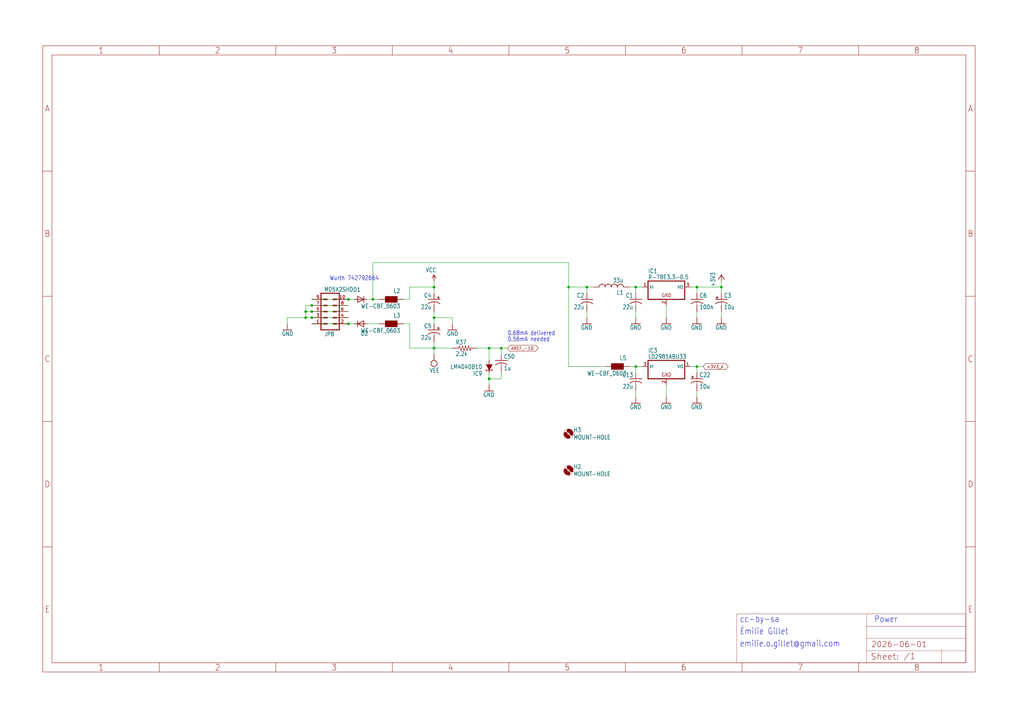
<source format=kicad_sch>
(kicad_sch
	(version 20231120)
	(generator "eeschema")
	(generator_version "8.0")
	(uuid "157acfbb-7d2c-4d7f-b079-e54938445da0")
	(paper "User" 425.45 298.602)
	(lib_symbols
		(symbol "plaits4U-eagle-import:+3V3"
			(power)
			(exclude_from_sim no)
			(in_bom yes)
			(on_board yes)
			(property "Reference" "#+3V3"
				(at 0 0 0)
				(effects
					(font
						(size 1.27 1.27)
					)
					(hide yes)
				)
			)
			(property "Value" ""
				(at -2.54 -5.08 90)
				(effects
					(font
						(size 1.778 1.5113)
					)
					(justify left bottom)
				)
			)
			(property "Footprint" ""
				(at 0 0 0)
				(effects
					(font
						(size 1.27 1.27)
					)
					(hide yes)
				)
			)
			(property "Datasheet" ""
				(at 0 0 0)
				(effects
					(font
						(size 1.27 1.27)
					)
					(hide yes)
				)
			)
			(property "Description" "SUPPLY SYMBOL"
				(at 0 0 0)
				(effects
					(font
						(size 1.27 1.27)
					)
					(hide yes)
				)
			)
			(property "ki_locked" ""
				(at 0 0 0)
				(effects
					(font
						(size 1.27 1.27)
					)
				)
			)
			(symbol "+3V3_1_0"
				(polyline
					(pts
						(xy 0 0) (xy -1.27 -1.905)
					)
					(stroke
						(width 0.254)
						(type solid)
					)
					(fill
						(type none)
					)
				)
				(polyline
					(pts
						(xy 1.27 -1.905) (xy 0 0)
					)
					(stroke
						(width 0.254)
						(type solid)
					)
					(fill
						(type none)
					)
				)
				(pin power_in line
					(at 0 -2.54 90)
					(length 2.54)
					(name "+3V3"
						(effects
							(font
								(size 0 0)
							)
						)
					)
					(number "1"
						(effects
							(font
								(size 0 0)
							)
						)
					)
				)
			)
		)
		(symbol "plaits4U-eagle-import:A3L-LOC"
			(exclude_from_sim no)
			(in_bom yes)
			(on_board yes)
			(property "Reference" "#FRAME"
				(at 0 0 0)
				(effects
					(font
						(size 1.27 1.27)
					)
					(hide yes)
				)
			)
			(property "Value" ""
				(at 0 0 0)
				(effects
					(font
						(size 1.27 1.27)
					)
					(hide yes)
				)
			)
			(property "Footprint" ""
				(at 0 0 0)
				(effects
					(font
						(size 1.27 1.27)
					)
					(hide yes)
				)
			)
			(property "Datasheet" ""
				(at 0 0 0)
				(effects
					(font
						(size 1.27 1.27)
					)
					(hide yes)
				)
			)
			(property "Description" "FRAME\n\nDIN A3, landscape with location and doc. field"
				(at 0 0 0)
				(effects
					(font
						(size 1.27 1.27)
					)
					(hide yes)
				)
			)
			(property "ki_locked" ""
				(at 0 0 0)
				(effects
					(font
						(size 1.27 1.27)
					)
				)
			)
			(symbol "A3L-LOC_1_0"
				(polyline
					(pts
						(xy 0 52.07) (xy 3.81 52.07)
					)
					(stroke
						(width 0)
						(type default)
					)
					(fill
						(type none)
					)
				)
				(polyline
					(pts
						(xy 0 104.14) (xy 3.81 104.14)
					)
					(stroke
						(width 0)
						(type default)
					)
					(fill
						(type none)
					)
				)
				(polyline
					(pts
						(xy 0 156.21) (xy 3.81 156.21)
					)
					(stroke
						(width 0)
						(type default)
					)
					(fill
						(type none)
					)
				)
				(polyline
					(pts
						(xy 0 208.28) (xy 3.81 208.28)
					)
					(stroke
						(width 0)
						(type default)
					)
					(fill
						(type none)
					)
				)
				(polyline
					(pts
						(xy 3.81 3.81) (xy 3.81 256.54)
					)
					(stroke
						(width 0)
						(type default)
					)
					(fill
						(type none)
					)
				)
				(polyline
					(pts
						(xy 48.4188 0) (xy 48.4188 3.81)
					)
					(stroke
						(width 0)
						(type default)
					)
					(fill
						(type none)
					)
				)
				(polyline
					(pts
						(xy 48.4188 256.54) (xy 48.4188 260.35)
					)
					(stroke
						(width 0)
						(type default)
					)
					(fill
						(type none)
					)
				)
				(polyline
					(pts
						(xy 96.8375 0) (xy 96.8375 3.81)
					)
					(stroke
						(width 0)
						(type default)
					)
					(fill
						(type none)
					)
				)
				(polyline
					(pts
						(xy 96.8375 256.54) (xy 96.8375 260.35)
					)
					(stroke
						(width 0)
						(type default)
					)
					(fill
						(type none)
					)
				)
				(polyline
					(pts
						(xy 145.2563 0) (xy 145.2563 3.81)
					)
					(stroke
						(width 0)
						(type default)
					)
					(fill
						(type none)
					)
				)
				(polyline
					(pts
						(xy 145.2563 256.54) (xy 145.2563 260.35)
					)
					(stroke
						(width 0)
						(type default)
					)
					(fill
						(type none)
					)
				)
				(polyline
					(pts
						(xy 193.675 0) (xy 193.675 3.81)
					)
					(stroke
						(width 0)
						(type default)
					)
					(fill
						(type none)
					)
				)
				(polyline
					(pts
						(xy 193.675 256.54) (xy 193.675 260.35)
					)
					(stroke
						(width 0)
						(type default)
					)
					(fill
						(type none)
					)
				)
				(polyline
					(pts
						(xy 242.0938 0) (xy 242.0938 3.81)
					)
					(stroke
						(width 0)
						(type default)
					)
					(fill
						(type none)
					)
				)
				(polyline
					(pts
						(xy 242.0938 256.54) (xy 242.0938 260.35)
					)
					(stroke
						(width 0)
						(type default)
					)
					(fill
						(type none)
					)
				)
				(polyline
					(pts
						(xy 288.29 3.81) (xy 288.29 24.13)
					)
					(stroke
						(width 0.1016)
						(type solid)
					)
					(fill
						(type none)
					)
				)
				(polyline
					(pts
						(xy 288.29 3.81) (xy 342.265 3.81)
					)
					(stroke
						(width 0.1016)
						(type solid)
					)
					(fill
						(type none)
					)
				)
				(polyline
					(pts
						(xy 288.29 24.13) (xy 342.265 24.13)
					)
					(stroke
						(width 0.1016)
						(type solid)
					)
					(fill
						(type none)
					)
				)
				(polyline
					(pts
						(xy 290.5125 0) (xy 290.5125 3.81)
					)
					(stroke
						(width 0)
						(type default)
					)
					(fill
						(type none)
					)
				)
				(polyline
					(pts
						(xy 290.5125 256.54) (xy 290.5125 260.35)
					)
					(stroke
						(width 0)
						(type default)
					)
					(fill
						(type none)
					)
				)
				(polyline
					(pts
						(xy 338.9313 0) (xy 338.9313 3.81)
					)
					(stroke
						(width 0)
						(type default)
					)
					(fill
						(type none)
					)
				)
				(polyline
					(pts
						(xy 338.9313 256.54) (xy 338.9313 260.35)
					)
					(stroke
						(width 0)
						(type default)
					)
					(fill
						(type none)
					)
				)
				(polyline
					(pts
						(xy 342.265 3.81) (xy 373.38 3.81)
					)
					(stroke
						(width 0.1016)
						(type solid)
					)
					(fill
						(type none)
					)
				)
				(polyline
					(pts
						(xy 342.265 8.89) (xy 342.265 3.81)
					)
					(stroke
						(width 0.1016)
						(type solid)
					)
					(fill
						(type none)
					)
				)
				(polyline
					(pts
						(xy 342.265 8.89) (xy 342.265 13.97)
					)
					(stroke
						(width 0.1016)
						(type solid)
					)
					(fill
						(type none)
					)
				)
				(polyline
					(pts
						(xy 342.265 13.97) (xy 342.265 19.05)
					)
					(stroke
						(width 0.1016)
						(type solid)
					)
					(fill
						(type none)
					)
				)
				(polyline
					(pts
						(xy 342.265 13.97) (xy 383.54 13.97)
					)
					(stroke
						(width 0.1016)
						(type solid)
					)
					(fill
						(type none)
					)
				)
				(polyline
					(pts
						(xy 342.265 19.05) (xy 342.265 24.13)
					)
					(stroke
						(width 0.1016)
						(type solid)
					)
					(fill
						(type none)
					)
				)
				(polyline
					(pts
						(xy 342.265 19.05) (xy 383.54 19.05)
					)
					(stroke
						(width 0.1016)
						(type solid)
					)
					(fill
						(type none)
					)
				)
				(polyline
					(pts
						(xy 342.265 24.13) (xy 383.54 24.13)
					)
					(stroke
						(width 0.1016)
						(type solid)
					)
					(fill
						(type none)
					)
				)
				(polyline
					(pts
						(xy 373.38 3.81) (xy 373.38 8.89)
					)
					(stroke
						(width 0.1016)
						(type solid)
					)
					(fill
						(type none)
					)
				)
				(polyline
					(pts
						(xy 373.38 3.81) (xy 383.54 3.81)
					)
					(stroke
						(width 0.1016)
						(type solid)
					)
					(fill
						(type none)
					)
				)
				(polyline
					(pts
						(xy 373.38 8.89) (xy 342.265 8.89)
					)
					(stroke
						(width 0.1016)
						(type solid)
					)
					(fill
						(type none)
					)
				)
				(polyline
					(pts
						(xy 373.38 8.89) (xy 383.54 8.89)
					)
					(stroke
						(width 0.1016)
						(type solid)
					)
					(fill
						(type none)
					)
				)
				(polyline
					(pts
						(xy 383.54 3.81) (xy 3.81 3.81)
					)
					(stroke
						(width 0)
						(type default)
					)
					(fill
						(type none)
					)
				)
				(polyline
					(pts
						(xy 383.54 3.81) (xy 383.54 8.89)
					)
					(stroke
						(width 0.1016)
						(type solid)
					)
					(fill
						(type none)
					)
				)
				(polyline
					(pts
						(xy 383.54 3.81) (xy 383.54 256.54)
					)
					(stroke
						(width 0)
						(type default)
					)
					(fill
						(type none)
					)
				)
				(polyline
					(pts
						(xy 383.54 8.89) (xy 383.54 13.97)
					)
					(stroke
						(width 0.1016)
						(type solid)
					)
					(fill
						(type none)
					)
				)
				(polyline
					(pts
						(xy 383.54 13.97) (xy 383.54 19.05)
					)
					(stroke
						(width 0.1016)
						(type solid)
					)
					(fill
						(type none)
					)
				)
				(polyline
					(pts
						(xy 383.54 19.05) (xy 383.54 24.13)
					)
					(stroke
						(width 0.1016)
						(type solid)
					)
					(fill
						(type none)
					)
				)
				(polyline
					(pts
						(xy 383.54 52.07) (xy 387.35 52.07)
					)
					(stroke
						(width 0)
						(type default)
					)
					(fill
						(type none)
					)
				)
				(polyline
					(pts
						(xy 383.54 104.14) (xy 387.35 104.14)
					)
					(stroke
						(width 0)
						(type default)
					)
					(fill
						(type none)
					)
				)
				(polyline
					(pts
						(xy 383.54 156.21) (xy 387.35 156.21)
					)
					(stroke
						(width 0)
						(type default)
					)
					(fill
						(type none)
					)
				)
				(polyline
					(pts
						(xy 383.54 208.28) (xy 387.35 208.28)
					)
					(stroke
						(width 0)
						(type default)
					)
					(fill
						(type none)
					)
				)
				(polyline
					(pts
						(xy 383.54 256.54) (xy 3.81 256.54)
					)
					(stroke
						(width 0)
						(type default)
					)
					(fill
						(type none)
					)
				)
				(polyline
					(pts
						(xy 0 0) (xy 387.35 0) (xy 387.35 260.35) (xy 0 260.35) (xy 0 0)
					)
					(stroke
						(width 0)
						(type default)
					)
					(fill
						(type none)
					)
				)
				(text "${#}/${##}"
					(at 357.505 5.08 0)
					(effects
						(font
							(size 2.54 2.54)
						)
						(justify left bottom)
					)
				)
				(text "${CURRENT_DATE}"
					(at 344.17 10.16 0)
					(effects
						(font
							(size 2.286 2.286)
						)
						(justify left bottom)
					)
				)
				(text "${PROJECTNAME}"
					(at 344.17 15.24 0)
					(effects
						(font
							(size 2.54 2.54)
						)
						(justify left bottom)
					)
				)
				(text "1"
					(at 24.2094 1.905 0)
					(effects
						(font
							(size 2.54 2.286)
						)
					)
				)
				(text "1"
					(at 24.2094 258.445 0)
					(effects
						(font
							(size 2.54 2.286)
						)
					)
				)
				(text "2"
					(at 72.6281 1.905 0)
					(effects
						(font
							(size 2.54 2.286)
						)
					)
				)
				(text "2"
					(at 72.6281 258.445 0)
					(effects
						(font
							(size 2.54 2.286)
						)
					)
				)
				(text "3"
					(at 121.0469 1.905 0)
					(effects
						(font
							(size 2.54 2.286)
						)
					)
				)
				(text "3"
					(at 121.0469 258.445 0)
					(effects
						(font
							(size 2.54 2.286)
						)
					)
				)
				(text "4"
					(at 169.4656 1.905 0)
					(effects
						(font
							(size 2.54 2.286)
						)
					)
				)
				(text "4"
					(at 169.4656 258.445 0)
					(effects
						(font
							(size 2.54 2.286)
						)
					)
				)
				(text "5"
					(at 217.8844 1.905 0)
					(effects
						(font
							(size 2.54 2.286)
						)
					)
				)
				(text "5"
					(at 217.8844 258.445 0)
					(effects
						(font
							(size 2.54 2.286)
						)
					)
				)
				(text "6"
					(at 266.3031 1.905 0)
					(effects
						(font
							(size 2.54 2.286)
						)
					)
				)
				(text "6"
					(at 266.3031 258.445 0)
					(effects
						(font
							(size 2.54 2.286)
						)
					)
				)
				(text "7"
					(at 314.7219 1.905 0)
					(effects
						(font
							(size 2.54 2.286)
						)
					)
				)
				(text "7"
					(at 314.7219 258.445 0)
					(effects
						(font
							(size 2.54 2.286)
						)
					)
				)
				(text "8"
					(at 363.1406 1.905 0)
					(effects
						(font
							(size 2.54 2.286)
						)
					)
				)
				(text "8"
					(at 363.1406 258.445 0)
					(effects
						(font
							(size 2.54 2.286)
						)
					)
				)
				(text "A"
					(at 1.905 234.315 0)
					(effects
						(font
							(size 2.54 2.286)
						)
					)
				)
				(text "A"
					(at 385.445 234.315 0)
					(effects
						(font
							(size 2.54 2.286)
						)
					)
				)
				(text "B"
					(at 1.905 182.245 0)
					(effects
						(font
							(size 2.54 2.286)
						)
					)
				)
				(text "B"
					(at 385.445 182.245 0)
					(effects
						(font
							(size 2.54 2.286)
						)
					)
				)
				(text "C"
					(at 1.905 130.175 0)
					(effects
						(font
							(size 2.54 2.286)
						)
					)
				)
				(text "C"
					(at 385.445 130.175 0)
					(effects
						(font
							(size 2.54 2.286)
						)
					)
				)
				(text "D"
					(at 1.905 78.105 0)
					(effects
						(font
							(size 2.54 2.286)
						)
					)
				)
				(text "D"
					(at 385.445 78.105 0)
					(effects
						(font
							(size 2.54 2.286)
						)
					)
				)
				(text "E"
					(at 1.905 26.035 0)
					(effects
						(font
							(size 2.54 2.286)
						)
					)
				)
				(text "E"
					(at 385.445 26.035 0)
					(effects
						(font
							(size 2.54 2.286)
						)
					)
				)
				(text "Sheet:"
					(at 343.916 4.953 0)
					(effects
						(font
							(size 2.54 2.54)
						)
						(justify left bottom)
					)
				)
			)
		)
		(symbol "plaits4U-eagle-import:C-USC0402"
			(exclude_from_sim no)
			(in_bom yes)
			(on_board yes)
			(property "Reference" "C"
				(at 1.016 0.635 0)
				(effects
					(font
						(size 1.778 1.5113)
					)
					(justify left bottom)
				)
			)
			(property "Value" ""
				(at 1.016 -4.191 0)
				(effects
					(font
						(size 1.778 1.5113)
					)
					(justify left bottom)
				)
			)
			(property "Footprint" "plaits4U:C0402"
				(at 0 0 0)
				(effects
					(font
						(size 1.27 1.27)
					)
					(hide yes)
				)
			)
			(property "Datasheet" ""
				(at 0 0 0)
				(effects
					(font
						(size 1.27 1.27)
					)
					(hide yes)
				)
			)
			(property "Description" "CAPACITOR, American symbol"
				(at 0 0 0)
				(effects
					(font
						(size 1.27 1.27)
					)
					(hide yes)
				)
			)
			(property "ki_locked" ""
				(at 0 0 0)
				(effects
					(font
						(size 1.27 1.27)
					)
				)
			)
			(symbol "C-USC0402_1_0"
				(arc
					(start 0 -1.0161)
					(mid -1.302 -1.2303)
					(end -2.4668 -1.8504)
					(stroke
						(width 0.254)
						(type solid)
					)
					(fill
						(type none)
					)
				)
				(polyline
					(pts
						(xy -2.54 0) (xy 2.54 0)
					)
					(stroke
						(width 0.254)
						(type solid)
					)
					(fill
						(type none)
					)
				)
				(polyline
					(pts
						(xy 0 -1.016) (xy 0 -2.54)
					)
					(stroke
						(width 0.1524)
						(type solid)
					)
					(fill
						(type none)
					)
				)
				(arc
					(start 2.4892 -1.8541)
					(mid 1.3158 -1.2194)
					(end 0 -1)
					(stroke
						(width 0.254)
						(type solid)
					)
					(fill
						(type none)
					)
				)
				(pin passive line
					(at 0 2.54 270)
					(length 2.54)
					(name "1"
						(effects
							(font
								(size 0 0)
							)
						)
					)
					(number "1"
						(effects
							(font
								(size 0 0)
							)
						)
					)
				)
				(pin passive line
					(at 0 -5.08 90)
					(length 2.54)
					(name "2"
						(effects
							(font
								(size 0 0)
							)
						)
					)
					(number "2"
						(effects
							(font
								(size 0 0)
							)
						)
					)
				)
			)
		)
		(symbol "plaits4U-eagle-import:C-USC1206"
			(exclude_from_sim no)
			(in_bom yes)
			(on_board yes)
			(property "Reference" "C"
				(at 1.016 0.635 0)
				(effects
					(font
						(size 1.778 1.5113)
					)
					(justify left bottom)
				)
			)
			(property "Value" ""
				(at 1.016 -4.191 0)
				(effects
					(font
						(size 1.778 1.5113)
					)
					(justify left bottom)
				)
			)
			(property "Footprint" "plaits4U:C1206"
				(at 0 0 0)
				(effects
					(font
						(size 1.27 1.27)
					)
					(hide yes)
				)
			)
			(property "Datasheet" ""
				(at 0 0 0)
				(effects
					(font
						(size 1.27 1.27)
					)
					(hide yes)
				)
			)
			(property "Description" "CAPACITOR, American symbol"
				(at 0 0 0)
				(effects
					(font
						(size 1.27 1.27)
					)
					(hide yes)
				)
			)
			(property "ki_locked" ""
				(at 0 0 0)
				(effects
					(font
						(size 1.27 1.27)
					)
				)
			)
			(symbol "C-USC1206_1_0"
				(arc
					(start 0 -1.0161)
					(mid -1.302 -1.2303)
					(end -2.4668 -1.8504)
					(stroke
						(width 0.254)
						(type solid)
					)
					(fill
						(type none)
					)
				)
				(polyline
					(pts
						(xy -2.54 0) (xy 2.54 0)
					)
					(stroke
						(width 0.254)
						(type solid)
					)
					(fill
						(type none)
					)
				)
				(polyline
					(pts
						(xy 0 -1.016) (xy 0 -2.54)
					)
					(stroke
						(width 0.1524)
						(type solid)
					)
					(fill
						(type none)
					)
				)
				(arc
					(start 2.4892 -1.8541)
					(mid 1.3158 -1.2194)
					(end 0 -1)
					(stroke
						(width 0.254)
						(type solid)
					)
					(fill
						(type none)
					)
				)
				(pin passive line
					(at 0 2.54 270)
					(length 2.54)
					(name "1"
						(effects
							(font
								(size 0 0)
							)
						)
					)
					(number "1"
						(effects
							(font
								(size 0 0)
							)
						)
					)
				)
				(pin passive line
					(at 0 -5.08 90)
					(length 2.54)
					(name "2"
						(effects
							(font
								(size 0 0)
							)
						)
					)
					(number "2"
						(effects
							(font
								(size 0 0)
							)
						)
					)
				)
			)
		)
		(symbol "plaits4U-eagle-import:CPOL-USA"
			(exclude_from_sim no)
			(in_bom yes)
			(on_board yes)
			(property "Reference" "C"
				(at 1.016 0.635 0)
				(effects
					(font
						(size 1.778 1.5113)
					)
					(justify left bottom)
				)
			)
			(property "Value" ""
				(at 1.016 -4.191 0)
				(effects
					(font
						(size 1.778 1.5113)
					)
					(justify left bottom)
				)
			)
			(property "Footprint" "plaits4U:PANASONIC_A"
				(at 0 0 0)
				(effects
					(font
						(size 1.27 1.27)
					)
					(hide yes)
				)
			)
			(property "Datasheet" ""
				(at 0 0 0)
				(effects
					(font
						(size 1.27 1.27)
					)
					(hide yes)
				)
			)
			(property "Description" "POLARIZED CAPACITOR, American symbol"
				(at 0 0 0)
				(effects
					(font
						(size 1.27 1.27)
					)
					(hide yes)
				)
			)
			(property "ki_locked" ""
				(at 0 0 0)
				(effects
					(font
						(size 1.27 1.27)
					)
				)
			)
			(symbol "CPOL-USA_1_0"
				(rectangle
					(start -2.253 0.668)
					(end -1.364 0.795)
					(stroke
						(width 0)
						(type default)
					)
					(fill
						(type outline)
					)
				)
				(rectangle
					(start -1.872 0.287)
					(end -1.745 1.176)
					(stroke
						(width 0)
						(type default)
					)
					(fill
						(type outline)
					)
				)
				(arc
					(start 0 -1.0161)
					(mid -1.3021 -1.2303)
					(end -2.4669 -1.8504)
					(stroke
						(width 0.254)
						(type solid)
					)
					(fill
						(type none)
					)
				)
				(polyline
					(pts
						(xy -2.54 0) (xy 2.54 0)
					)
					(stroke
						(width 0.254)
						(type solid)
					)
					(fill
						(type none)
					)
				)
				(polyline
					(pts
						(xy 0 -1.016) (xy 0 -2.54)
					)
					(stroke
						(width 0.1524)
						(type solid)
					)
					(fill
						(type none)
					)
				)
				(arc
					(start 2.4892 -1.8541)
					(mid 1.3158 -1.2194)
					(end 0 -1)
					(stroke
						(width 0.254)
						(type solid)
					)
					(fill
						(type none)
					)
				)
				(pin passive line
					(at 0 2.54 270)
					(length 2.54)
					(name "+"
						(effects
							(font
								(size 0 0)
							)
						)
					)
					(number "+"
						(effects
							(font
								(size 0 0)
							)
						)
					)
				)
				(pin passive line
					(at 0 -5.08 90)
					(length 2.54)
					(name "-"
						(effects
							(font
								(size 0 0)
							)
						)
					)
					(number "-"
						(effects
							(font
								(size 0 0)
							)
						)
					)
				)
			)
		)
		(symbol "plaits4U-eagle-import:CPOL-USB"
			(exclude_from_sim no)
			(in_bom yes)
			(on_board yes)
			(property "Reference" "C"
				(at 1.016 0.635 0)
				(effects
					(font
						(size 1.778 1.5113)
					)
					(justify left bottom)
				)
			)
			(property "Value" ""
				(at 1.016 -4.191 0)
				(effects
					(font
						(size 1.778 1.5113)
					)
					(justify left bottom)
				)
			)
			(property "Footprint" "plaits4U:PANASONIC_B"
				(at 0 0 0)
				(effects
					(font
						(size 1.27 1.27)
					)
					(hide yes)
				)
			)
			(property "Datasheet" ""
				(at 0 0 0)
				(effects
					(font
						(size 1.27 1.27)
					)
					(hide yes)
				)
			)
			(property "Description" "POLARIZED CAPACITOR, American symbol"
				(at 0 0 0)
				(effects
					(font
						(size 1.27 1.27)
					)
					(hide yes)
				)
			)
			(property "ki_locked" ""
				(at 0 0 0)
				(effects
					(font
						(size 1.27 1.27)
					)
				)
			)
			(symbol "CPOL-USB_1_0"
				(rectangle
					(start -2.253 0.668)
					(end -1.364 0.795)
					(stroke
						(width 0)
						(type default)
					)
					(fill
						(type outline)
					)
				)
				(rectangle
					(start -1.872 0.287)
					(end -1.745 1.176)
					(stroke
						(width 0)
						(type default)
					)
					(fill
						(type outline)
					)
				)
				(arc
					(start 0 -1.0161)
					(mid -1.3021 -1.2303)
					(end -2.4669 -1.8504)
					(stroke
						(width 0.254)
						(type solid)
					)
					(fill
						(type none)
					)
				)
				(polyline
					(pts
						(xy -2.54 0) (xy 2.54 0)
					)
					(stroke
						(width 0.254)
						(type solid)
					)
					(fill
						(type none)
					)
				)
				(polyline
					(pts
						(xy 0 -1.016) (xy 0 -2.54)
					)
					(stroke
						(width 0.1524)
						(type solid)
					)
					(fill
						(type none)
					)
				)
				(arc
					(start 2.4892 -1.8541)
					(mid 1.3158 -1.2194)
					(end 0 -1)
					(stroke
						(width 0.254)
						(type solid)
					)
					(fill
						(type none)
					)
				)
				(pin passive line
					(at 0 2.54 270)
					(length 2.54)
					(name "+"
						(effects
							(font
								(size 0 0)
							)
						)
					)
					(number "+"
						(effects
							(font
								(size 0 0)
							)
						)
					)
				)
				(pin passive line
					(at 0 -5.08 90)
					(length 2.54)
					(name "-"
						(effects
							(font
								(size 0 0)
							)
						)
					)
					(number "-"
						(effects
							(font
								(size 0 0)
							)
						)
					)
				)
			)
		)
		(symbol "plaits4U-eagle-import:DIODE-SOD123"
			(exclude_from_sim no)
			(in_bom yes)
			(on_board yes)
			(property "Reference" "D"
				(at 2.54 0.4826 0)
				(effects
					(font
						(size 1.778 1.5113)
					)
					(justify left bottom)
				)
			)
			(property "Value" ""
				(at 2.54 -2.3114 0)
				(effects
					(font
						(size 1.778 1.5113)
					)
					(justify left bottom)
				)
			)
			(property "Footprint" "plaits4U:SOD123"
				(at 0 0 0)
				(effects
					(font
						(size 1.27 1.27)
					)
					(hide yes)
				)
			)
			(property "Datasheet" ""
				(at 0 0 0)
				(effects
					(font
						(size 1.27 1.27)
					)
					(hide yes)
				)
			)
			(property "Description" "DIODE"
				(at 0 0 0)
				(effects
					(font
						(size 1.27 1.27)
					)
					(hide yes)
				)
			)
			(property "ki_locked" ""
				(at 0 0 0)
				(effects
					(font
						(size 1.27 1.27)
					)
				)
			)
			(symbol "DIODE-SOD123_1_0"
				(polyline
					(pts
						(xy -1.27 -1.27) (xy 1.27 0)
					)
					(stroke
						(width 0.254)
						(type solid)
					)
					(fill
						(type none)
					)
				)
				(polyline
					(pts
						(xy -1.27 1.27) (xy -1.27 -1.27)
					)
					(stroke
						(width 0.254)
						(type solid)
					)
					(fill
						(type none)
					)
				)
				(polyline
					(pts
						(xy 1.27 0) (xy -1.27 1.27)
					)
					(stroke
						(width 0.254)
						(type solid)
					)
					(fill
						(type none)
					)
				)
				(polyline
					(pts
						(xy 1.27 0) (xy 1.27 -1.27)
					)
					(stroke
						(width 0.254)
						(type solid)
					)
					(fill
						(type none)
					)
				)
				(polyline
					(pts
						(xy 1.27 1.27) (xy 1.27 0)
					)
					(stroke
						(width 0.254)
						(type solid)
					)
					(fill
						(type none)
					)
				)
				(pin passive line
					(at -2.54 0 0)
					(length 2.54)
					(name "A"
						(effects
							(font
								(size 0 0)
							)
						)
					)
					(number "A"
						(effects
							(font
								(size 0 0)
							)
						)
					)
				)
				(pin passive line
					(at 2.54 0 180)
					(length 2.54)
					(name "C"
						(effects
							(font
								(size 0 0)
							)
						)
					)
					(number "C"
						(effects
							(font
								(size 0 0)
							)
						)
					)
				)
			)
		)
		(symbol "plaits4U-eagle-import:GND"
			(power)
			(exclude_from_sim no)
			(in_bom yes)
			(on_board yes)
			(property "Reference" "#GND"
				(at 0 0 0)
				(effects
					(font
						(size 1.27 1.27)
					)
					(hide yes)
				)
			)
			(property "Value" ""
				(at -2.54 -2.54 0)
				(effects
					(font
						(size 1.778 1.5113)
					)
					(justify left bottom)
				)
			)
			(property "Footprint" ""
				(at 0 0 0)
				(effects
					(font
						(size 1.27 1.27)
					)
					(hide yes)
				)
			)
			(property "Datasheet" ""
				(at 0 0 0)
				(effects
					(font
						(size 1.27 1.27)
					)
					(hide yes)
				)
			)
			(property "Description" "SUPPLY SYMBOL"
				(at 0 0 0)
				(effects
					(font
						(size 1.27 1.27)
					)
					(hide yes)
				)
			)
			(property "ki_locked" ""
				(at 0 0 0)
				(effects
					(font
						(size 1.27 1.27)
					)
				)
			)
			(symbol "GND_1_0"
				(polyline
					(pts
						(xy -1.905 0) (xy 1.905 0)
					)
					(stroke
						(width 0.254)
						(type solid)
					)
					(fill
						(type none)
					)
				)
				(pin power_in line
					(at 0 2.54 270)
					(length 2.54)
					(name "GND"
						(effects
							(font
								(size 0 0)
							)
						)
					)
					(number "1"
						(effects
							(font
								(size 0 0)
							)
						)
					)
				)
			)
		)
		(symbol "plaits4U-eagle-import:L-USL2012C"
			(exclude_from_sim no)
			(in_bom yes)
			(on_board yes)
			(property "Reference" ""
				(at -1.27 -5.08 90)
				(effects
					(font
						(size 1.778 1.5113)
					)
					(justify left bottom)
					(hide yes)
				)
			)
			(property "Value" ""
				(at 3.81 -5.08 90)
				(effects
					(font
						(size 1.778 1.5113)
					)
					(justify left bottom)
				)
			)
			(property "Footprint" "plaits4U:L2012C"
				(at 0 0 0)
				(effects
					(font
						(size 1.27 1.27)
					)
					(hide yes)
				)
			)
			(property "Datasheet" ""
				(at 0 0 0)
				(effects
					(font
						(size 1.27 1.27)
					)
					(hide yes)
				)
			)
			(property "Description" ""
				(at 0 0 0)
				(effects
					(font
						(size 1.27 1.27)
					)
					(hide yes)
				)
			)
			(property "ki_locked" ""
				(at 0 0 0)
				(effects
					(font
						(size 1.27 1.27)
					)
				)
			)
			(symbol "L-USL2012C_1_0"
				(arc
					(start 0 -5.08)
					(mid 0.898 -4.708)
					(end 1.27 -3.81)
					(stroke
						(width 0.254)
						(type solid)
					)
					(fill
						(type none)
					)
				)
				(arc
					(start 0 -2.54)
					(mid 0.898 -2.168)
					(end 1.27 -1.27)
					(stroke
						(width 0.254)
						(type solid)
					)
					(fill
						(type none)
					)
				)
				(arc
					(start 0 0)
					(mid 0.898 0.372)
					(end 1.27 1.27)
					(stroke
						(width 0.254)
						(type solid)
					)
					(fill
						(type none)
					)
				)
				(arc
					(start 0 2.54)
					(mid 0.898 2.912)
					(end 1.27 3.81)
					(stroke
						(width 0.254)
						(type solid)
					)
					(fill
						(type none)
					)
				)
				(arc
					(start 1.27 -3.81)
					(mid 0.898 -2.912)
					(end 0 -2.54)
					(stroke
						(width 0.254)
						(type solid)
					)
					(fill
						(type none)
					)
				)
				(arc
					(start 1.27 -1.27)
					(mid 0.898 -0.372)
					(end 0 0)
					(stroke
						(width 0.254)
						(type solid)
					)
					(fill
						(type none)
					)
				)
				(arc
					(start 1.27 1.27)
					(mid 0.898 2.168)
					(end 0 2.54)
					(stroke
						(width 0.254)
						(type solid)
					)
					(fill
						(type none)
					)
				)
				(arc
					(start 1.27 3.81)
					(mid 0.898 4.708)
					(end 0 5.08)
					(stroke
						(width 0.254)
						(type solid)
					)
					(fill
						(type none)
					)
				)
				(pin passive line
					(at 0 7.62 270)
					(length 2.54)
					(name "1"
						(effects
							(font
								(size 0 0)
							)
						)
					)
					(number "1"
						(effects
							(font
								(size 0 0)
							)
						)
					)
				)
				(pin passive line
					(at 0 -7.62 90)
					(length 2.54)
					(name "2"
						(effects
							(font
								(size 0 0)
							)
						)
					)
					(number "2"
						(effects
							(font
								(size 0 0)
							)
						)
					)
				)
			)
		)
		(symbol "plaits4U-eagle-import:LD2981ABU"
			(exclude_from_sim no)
			(in_bom yes)
			(on_board yes)
			(property "Reference" "IC"
				(at -7.62 5.715 0)
				(effects
					(font
						(size 1.778 1.5113)
					)
					(justify left bottom)
				)
			)
			(property "Value" ""
				(at -7.62 3.175 0)
				(effects
					(font
						(size 1.778 1.5113)
					)
					(justify left bottom)
				)
			)
			(property "Footprint" "plaits4U:SOT89"
				(at 0 0 0)
				(effects
					(font
						(size 1.27 1.27)
					)
					(hide yes)
				)
			)
			(property "Datasheet" ""
				(at 0 0 0)
				(effects
					(font
						(size 1.27 1.27)
					)
					(hide yes)
				)
			)
			(property "Description" ""
				(at 0 0 0)
				(effects
					(font
						(size 1.27 1.27)
					)
					(hide yes)
				)
			)
			(property "ki_locked" ""
				(at 0 0 0)
				(effects
					(font
						(size 1.27 1.27)
					)
				)
			)
			(symbol "LD2981ABU_1_0"
				(polyline
					(pts
						(xy -7.62 -5.08) (xy 7.62 -5.08)
					)
					(stroke
						(width 0.4064)
						(type solid)
					)
					(fill
						(type none)
					)
				)
				(polyline
					(pts
						(xy -7.62 2.54) (xy -7.62 -5.08)
					)
					(stroke
						(width 0.4064)
						(type solid)
					)
					(fill
						(type none)
					)
				)
				(polyline
					(pts
						(xy 7.62 -5.08) (xy 7.62 2.54)
					)
					(stroke
						(width 0.4064)
						(type solid)
					)
					(fill
						(type none)
					)
				)
				(polyline
					(pts
						(xy 7.62 2.54) (xy -7.62 2.54)
					)
					(stroke
						(width 0.4064)
						(type solid)
					)
					(fill
						(type none)
					)
				)
				(text "GND"
					(at -2.032 -4.318 0)
					(effects
						(font
							(size 1.524 1.2954)
						)
						(justify left bottom)
					)
				)
				(pin passive line
					(at 10.16 0 180)
					(length 2.54)
					(name "VO"
						(effects
							(font
								(size 1.27 1.27)
							)
						)
					)
					(number "1"
						(effects
							(font
								(size 1.27 1.27)
							)
						)
					)
				)
				(pin passive line
					(at 0 -7.62 90)
					(length 2.54)
					(name "GND"
						(effects
							(font
								(size 0 0)
							)
						)
					)
					(number "2"
						(effects
							(font
								(size 1.27 1.27)
							)
						)
					)
				)
				(pin input line
					(at -10.16 0 0)
					(length 2.54)
					(name "VI"
						(effects
							(font
								(size 1.27 1.27)
							)
						)
					)
					(number "3"
						(effects
							(font
								(size 1.27 1.27)
							)
						)
					)
				)
			)
		)
		(symbol "plaits4U-eagle-import:LM4041DBZ"
			(exclude_from_sim no)
			(in_bom yes)
			(on_board yes)
			(property "Reference" "IC"
				(at 2.794 1.905 0)
				(effects
					(font
						(size 1.778 1.5113)
					)
					(justify left bottom)
				)
			)
			(property "Value" ""
				(at 2.794 -0.889 0)
				(effects
					(font
						(size 1.778 1.5113)
					)
					(justify left bottom)
				)
			)
			(property "Footprint" "plaits4U:DBZ_R-PDSO-G3"
				(at 0 0 0)
				(effects
					(font
						(size 1.27 1.27)
					)
					(hide yes)
				)
			)
			(property "Datasheet" ""
				(at 0 0 0)
				(effects
					(font
						(size 1.27 1.27)
					)
					(hide yes)
				)
			)
			(property "Description" "PRECISION MICROPOWER SHUNT VOLTAGE REFERENCE\n\nSource: http://focus.ti.com/lit/ds/slcs146e/slcs146e.pdf"
				(at 0 0 0)
				(effects
					(font
						(size 1.27 1.27)
					)
					(hide yes)
				)
			)
			(property "ki_locked" ""
				(at 0 0 0)
				(effects
					(font
						(size 1.27 1.27)
					)
				)
			)
			(symbol "LM4041DBZ_1_0"
				(polyline
					(pts
						(xy -1.27 1.524) (xy -1.27 1.143)
					)
					(stroke
						(width 0.254)
						(type solid)
					)
					(fill
						(type none)
					)
				)
				(polyline
					(pts
						(xy 0 1.524) (xy -1.27 1.524)
					)
					(stroke
						(width 0.254)
						(type solid)
					)
					(fill
						(type none)
					)
				)
				(polyline
					(pts
						(xy 1.27 1.524) (xy 0 1.524)
					)
					(stroke
						(width 0.254)
						(type solid)
					)
					(fill
						(type none)
					)
				)
				(polyline
					(pts
						(xy 1.27 1.905) (xy 1.27 1.524)
					)
					(stroke
						(width 0.254)
						(type solid)
					)
					(fill
						(type none)
					)
				)
				(polyline
					(pts
						(xy 0 1.524) (xy -1.27 -0.762) (xy 1.27 -0.762)
					)
					(stroke
						(width 0.254)
						(type solid)
					)
					(fill
						(type outline)
					)
				)
				(pin passive line
					(at 0 2.54 270)
					(length 2.54)
					(name "C"
						(effects
							(font
								(size 0 0)
							)
						)
					)
					(number "1"
						(effects
							(font
								(size 0 0)
							)
						)
					)
				)
				(pin passive line
					(at 0 -2.54 90)
					(length 2.54)
					(name "A"
						(effects
							(font
								(size 0 0)
							)
						)
					)
					(number "2"
						(effects
							(font
								(size 0 0)
							)
						)
					)
				)
			)
		)
		(symbol "plaits4U-eagle-import:M05X2SHD"
			(exclude_from_sim no)
			(in_bom yes)
			(on_board yes)
			(property "Reference" "JP"
				(at -2.54 8.382 0)
				(effects
					(font
						(size 1.778 1.5113)
					)
					(justify left bottom)
				)
			)
			(property "Value" ""
				(at -2.54 -10.16 0)
				(effects
					(font
						(size 1.778 1.5113)
					)
					(justify left bottom)
				)
			)
			(property "Footprint" "plaits4U:2X5-SHROUDED"
				(at 0 0 0)
				(effects
					(font
						(size 1.27 1.27)
					)
					(hide yes)
				)
			)
			(property "Datasheet" ""
				(at 0 0 0)
				(effects
					(font
						(size 1.27 1.27)
					)
					(hide yes)
				)
			)
			(property "Description" "Header 5x2 Standard 10-pin dual row 0.1\" header. Commonly used with AVR-ISP. Use with Spark Fun Electronics SKU: PRT-00778"
				(at 0 0 0)
				(effects
					(font
						(size 1.27 1.27)
					)
					(hide yes)
				)
			)
			(property "ki_locked" ""
				(at 0 0 0)
				(effects
					(font
						(size 1.27 1.27)
					)
				)
			)
			(symbol "M05X2SHD_1_0"
				(polyline
					(pts
						(xy -3.81 7.62) (xy -3.81 -7.62)
					)
					(stroke
						(width 0.4064)
						(type solid)
					)
					(fill
						(type none)
					)
				)
				(polyline
					(pts
						(xy -3.81 7.62) (xy 3.81 7.62)
					)
					(stroke
						(width 0.4064)
						(type solid)
					)
					(fill
						(type none)
					)
				)
				(polyline
					(pts
						(xy -1.27 -5.08) (xy -2.54 -5.08)
					)
					(stroke
						(width 0.6096)
						(type solid)
					)
					(fill
						(type none)
					)
				)
				(polyline
					(pts
						(xy -1.27 -2.54) (xy -2.54 -2.54)
					)
					(stroke
						(width 0.6096)
						(type solid)
					)
					(fill
						(type none)
					)
				)
				(polyline
					(pts
						(xy -1.27 0) (xy -2.54 0)
					)
					(stroke
						(width 0.6096)
						(type solid)
					)
					(fill
						(type none)
					)
				)
				(polyline
					(pts
						(xy -1.27 2.54) (xy -2.54 2.54)
					)
					(stroke
						(width 0.6096)
						(type solid)
					)
					(fill
						(type none)
					)
				)
				(polyline
					(pts
						(xy -1.27 5.08) (xy -2.54 5.08)
					)
					(stroke
						(width 0.6096)
						(type solid)
					)
					(fill
						(type none)
					)
				)
				(polyline
					(pts
						(xy 1.27 -5.08) (xy 2.54 -5.08)
					)
					(stroke
						(width 0.6096)
						(type solid)
					)
					(fill
						(type none)
					)
				)
				(polyline
					(pts
						(xy 1.27 -2.54) (xy 2.54 -2.54)
					)
					(stroke
						(width 0.6096)
						(type solid)
					)
					(fill
						(type none)
					)
				)
				(polyline
					(pts
						(xy 1.27 0) (xy 2.54 0)
					)
					(stroke
						(width 0.6096)
						(type solid)
					)
					(fill
						(type none)
					)
				)
				(polyline
					(pts
						(xy 1.27 2.54) (xy 2.54 2.54)
					)
					(stroke
						(width 0.6096)
						(type solid)
					)
					(fill
						(type none)
					)
				)
				(polyline
					(pts
						(xy 1.27 5.08) (xy 2.54 5.08)
					)
					(stroke
						(width 0.6096)
						(type solid)
					)
					(fill
						(type none)
					)
				)
				(polyline
					(pts
						(xy 3.81 -7.62) (xy -3.81 -7.62)
					)
					(stroke
						(width 0.4064)
						(type solid)
					)
					(fill
						(type none)
					)
				)
				(polyline
					(pts
						(xy 3.81 -7.62) (xy 3.81 7.62)
					)
					(stroke
						(width 0.4064)
						(type solid)
					)
					(fill
						(type none)
					)
				)
				(pin passive line
					(at -7.62 5.08 0)
					(length 5.08)
					(name "1"
						(effects
							(font
								(size 0 0)
							)
						)
					)
					(number "1"
						(effects
							(font
								(size 1.27 1.27)
							)
						)
					)
				)
				(pin passive line
					(at 7.62 -5.08 180)
					(length 5.08)
					(name "10"
						(effects
							(font
								(size 0 0)
							)
						)
					)
					(number "10"
						(effects
							(font
								(size 1.27 1.27)
							)
						)
					)
				)
				(pin passive line
					(at 7.62 5.08 180)
					(length 5.08)
					(name "2"
						(effects
							(font
								(size 0 0)
							)
						)
					)
					(number "2"
						(effects
							(font
								(size 1.27 1.27)
							)
						)
					)
				)
				(pin passive line
					(at -7.62 2.54 0)
					(length 5.08)
					(name "3"
						(effects
							(font
								(size 0 0)
							)
						)
					)
					(number "3"
						(effects
							(font
								(size 1.27 1.27)
							)
						)
					)
				)
				(pin passive line
					(at 7.62 2.54 180)
					(length 5.08)
					(name "4"
						(effects
							(font
								(size 0 0)
							)
						)
					)
					(number "4"
						(effects
							(font
								(size 1.27 1.27)
							)
						)
					)
				)
				(pin passive line
					(at -7.62 0 0)
					(length 5.08)
					(name "5"
						(effects
							(font
								(size 0 0)
							)
						)
					)
					(number "5"
						(effects
							(font
								(size 1.27 1.27)
							)
						)
					)
				)
				(pin passive line
					(at 7.62 0 180)
					(length 5.08)
					(name "6"
						(effects
							(font
								(size 0 0)
							)
						)
					)
					(number "6"
						(effects
							(font
								(size 1.27 1.27)
							)
						)
					)
				)
				(pin passive line
					(at -7.62 -2.54 0)
					(length 5.08)
					(name "7"
						(effects
							(font
								(size 0 0)
							)
						)
					)
					(number "7"
						(effects
							(font
								(size 1.27 1.27)
							)
						)
					)
				)
				(pin passive line
					(at 7.62 -2.54 180)
					(length 5.08)
					(name "8"
						(effects
							(font
								(size 0 0)
							)
						)
					)
					(number "8"
						(effects
							(font
								(size 1.27 1.27)
							)
						)
					)
				)
				(pin passive line
					(at -7.62 -5.08 0)
					(length 5.08)
					(name "9"
						(effects
							(font
								(size 0 0)
							)
						)
					)
					(number "9"
						(effects
							(font
								(size 1.27 1.27)
							)
						)
					)
				)
			)
		)
		(symbol "plaits4U-eagle-import:MOUNT-HOLE3.0TINY"
			(exclude_from_sim no)
			(in_bom yes)
			(on_board yes)
			(property "Reference" "H"
				(at 2.032 0.5842 0)
				(effects
					(font
						(size 1.778 1.5113)
					)
					(justify left bottom)
				)
			)
			(property "Value" ""
				(at 2.032 -2.4638 0)
				(effects
					(font
						(size 1.778 1.5113)
					)
					(justify left bottom)
				)
			)
			(property "Footprint" "plaits4U:3,0TINY"
				(at 0 0 0)
				(effects
					(font
						(size 1.27 1.27)
					)
					(hide yes)
				)
			)
			(property "Datasheet" ""
				(at 0 0 0)
				(effects
					(font
						(size 1.27 1.27)
					)
					(hide yes)
				)
			)
			(property "Description" "MOUNTING HOLE with drill center marker"
				(at 0 0 0)
				(effects
					(font
						(size 1.27 1.27)
					)
					(hide yes)
				)
			)
			(property "ki_locked" ""
				(at 0 0 0)
				(effects
					(font
						(size 1.27 1.27)
					)
				)
			)
			(symbol "MOUNT-HOLE3.0TINY_1_0"
				(arc
					(start -1.27 0)
					(mid -0.898 -0.898)
					(end 0 -1.27)
					(stroke
						(width 1.524)
						(type solid)
					)
					(fill
						(type none)
					)
				)
				(polyline
					(pts
						(xy -0.508 0) (xy 0.508 0)
					)
					(stroke
						(width 0.0508)
						(type solid)
					)
					(fill
						(type none)
					)
				)
				(polyline
					(pts
						(xy 0 0.508) (xy 0 -0.508)
					)
					(stroke
						(width 0.0508)
						(type solid)
					)
					(fill
						(type none)
					)
				)
				(circle
					(center 0 0)
					(radius 0.508)
					(stroke
						(width 0.0508)
						(type solid)
					)
					(fill
						(type none)
					)
				)
				(circle
					(center 0 0)
					(radius 2.032)
					(stroke
						(width 0.0508)
						(type solid)
					)
					(fill
						(type none)
					)
				)
				(arc
					(start 1.27 0)
					(mid 0.898 0.898)
					(end 0 1.27)
					(stroke
						(width 1.524)
						(type solid)
					)
					(fill
						(type none)
					)
				)
			)
		)
		(symbol "plaits4U-eagle-import:R-US_R0402"
			(exclude_from_sim no)
			(in_bom yes)
			(on_board yes)
			(property "Reference" "R"
				(at -3.81 1.4986 0)
				(effects
					(font
						(size 1.778 1.5113)
					)
					(justify left bottom)
				)
			)
			(property "Value" ""
				(at -3.81 -3.302 0)
				(effects
					(font
						(size 1.778 1.5113)
					)
					(justify left bottom)
				)
			)
			(property "Footprint" "plaits4U:R0402"
				(at 0 0 0)
				(effects
					(font
						(size 1.27 1.27)
					)
					(hide yes)
				)
			)
			(property "Datasheet" ""
				(at 0 0 0)
				(effects
					(font
						(size 1.27 1.27)
					)
					(hide yes)
				)
			)
			(property "Description" "RESISTOR, American symbol"
				(at 0 0 0)
				(effects
					(font
						(size 1.27 1.27)
					)
					(hide yes)
				)
			)
			(property "ki_locked" ""
				(at 0 0 0)
				(effects
					(font
						(size 1.27 1.27)
					)
				)
			)
			(symbol "R-US_R0402_1_0"
				(polyline
					(pts
						(xy -2.54 0) (xy -2.159 1.016)
					)
					(stroke
						(width 0.2032)
						(type solid)
					)
					(fill
						(type none)
					)
				)
				(polyline
					(pts
						(xy -2.159 1.016) (xy -1.524 -1.016)
					)
					(stroke
						(width 0.2032)
						(type solid)
					)
					(fill
						(type none)
					)
				)
				(polyline
					(pts
						(xy -1.524 -1.016) (xy -0.889 1.016)
					)
					(stroke
						(width 0.2032)
						(type solid)
					)
					(fill
						(type none)
					)
				)
				(polyline
					(pts
						(xy -0.889 1.016) (xy -0.254 -1.016)
					)
					(stroke
						(width 0.2032)
						(type solid)
					)
					(fill
						(type none)
					)
				)
				(polyline
					(pts
						(xy -0.254 -1.016) (xy 0.381 1.016)
					)
					(stroke
						(width 0.2032)
						(type solid)
					)
					(fill
						(type none)
					)
				)
				(polyline
					(pts
						(xy 0.381 1.016) (xy 1.016 -1.016)
					)
					(stroke
						(width 0.2032)
						(type solid)
					)
					(fill
						(type none)
					)
				)
				(polyline
					(pts
						(xy 1.016 -1.016) (xy 1.651 1.016)
					)
					(stroke
						(width 0.2032)
						(type solid)
					)
					(fill
						(type none)
					)
				)
				(polyline
					(pts
						(xy 1.651 1.016) (xy 2.286 -1.016)
					)
					(stroke
						(width 0.2032)
						(type solid)
					)
					(fill
						(type none)
					)
				)
				(polyline
					(pts
						(xy 2.286 -1.016) (xy 2.54 0)
					)
					(stroke
						(width 0.2032)
						(type solid)
					)
					(fill
						(type none)
					)
				)
				(pin passive line
					(at -5.08 0 0)
					(length 2.54)
					(name "1"
						(effects
							(font
								(size 0 0)
							)
						)
					)
					(number "1"
						(effects
							(font
								(size 0 0)
							)
						)
					)
				)
				(pin passive line
					(at 5.08 0 180)
					(length 2.54)
					(name "2"
						(effects
							(font
								(size 0 0)
							)
						)
					)
					(number "2"
						(effects
							(font
								(size 0 0)
							)
						)
					)
				)
			)
		)
		(symbol "plaits4U-eagle-import:VCC"
			(power)
			(exclude_from_sim no)
			(in_bom yes)
			(on_board yes)
			(property "Reference" "#P+"
				(at 0 0 0)
				(effects
					(font
						(size 1.27 1.27)
					)
					(hide yes)
				)
			)
			(property "Value" ""
				(at -1.016 3.556 0)
				(effects
					(font
						(size 1.778 1.5113)
					)
					(justify left bottom)
				)
			)
			(property "Footprint" ""
				(at 0 0 0)
				(effects
					(font
						(size 1.27 1.27)
					)
					(hide yes)
				)
			)
			(property "Datasheet" ""
				(at 0 0 0)
				(effects
					(font
						(size 1.27 1.27)
					)
					(hide yes)
				)
			)
			(property "Description" "SUPPLY SYMBOL"
				(at 0 0 0)
				(effects
					(font
						(size 1.27 1.27)
					)
					(hide yes)
				)
			)
			(property "ki_locked" ""
				(at 0 0 0)
				(effects
					(font
						(size 1.27 1.27)
					)
				)
			)
			(symbol "VCC_1_0"
				(polyline
					(pts
						(xy 0 2.54) (xy -0.762 1.27)
					)
					(stroke
						(width 0.254)
						(type solid)
					)
					(fill
						(type none)
					)
				)
				(polyline
					(pts
						(xy 0.762 1.27) (xy 0 2.54)
					)
					(stroke
						(width 0.254)
						(type solid)
					)
					(fill
						(type none)
					)
				)
				(pin power_in line
					(at 0 0 90)
					(length 2.54)
					(name "VCC"
						(effects
							(font
								(size 0 0)
							)
						)
					)
					(number "1"
						(effects
							(font
								(size 0 0)
							)
						)
					)
				)
			)
		)
		(symbol "plaits4U-eagle-import:VEE"
			(power)
			(exclude_from_sim no)
			(in_bom yes)
			(on_board yes)
			(property "Reference" "#SUPPLY"
				(at 0 0 0)
				(effects
					(font
						(size 1.27 1.27)
					)
					(hide yes)
				)
			)
			(property "Value" ""
				(at -1.905 3.175 0)
				(effects
					(font
						(size 1.778 1.5113)
					)
					(justify left bottom)
				)
			)
			(property "Footprint" ""
				(at 0 0 0)
				(effects
					(font
						(size 1.27 1.27)
					)
					(hide yes)
				)
			)
			(property "Datasheet" ""
				(at 0 0 0)
				(effects
					(font
						(size 1.27 1.27)
					)
					(hide yes)
				)
			)
			(property "Description" "SUPPLY SYMBOL"
				(at 0 0 0)
				(effects
					(font
						(size 1.27 1.27)
					)
					(hide yes)
				)
			)
			(property "ki_locked" ""
				(at 0 0 0)
				(effects
					(font
						(size 1.27 1.27)
					)
				)
			)
			(symbol "VEE_1_0"
				(circle
					(center 0 1.27)
					(radius 1.27)
					(stroke
						(width 0.254)
						(type solid)
					)
					(fill
						(type none)
					)
				)
				(pin power_in line
					(at 0 -2.54 90)
					(length 2.54)
					(name "VEE"
						(effects
							(font
								(size 0 0)
							)
						)
					)
					(number "1"
						(effects
							(font
								(size 0 0)
							)
						)
					)
				)
			)
		)
		(symbol "plaits4U-eagle-import:WE-CBF_0603"
			(exclude_from_sim no)
			(in_bom yes)
			(on_board yes)
			(property "Reference" "L"
				(at -3.81 5.08 0)
				(effects
					(font
						(size 1.778 1.5113)
					)
					(justify left bottom)
				)
			)
			(property "Value" ""
				(at -3.81 -1.27 0)
				(effects
					(font
						(size 1.778 1.5113)
					)
					(justify left bottom)
				)
			)
			(property "Footprint" "plaits4U:0603"
				(at 0 0 0)
				(effects
					(font
						(size 1.27 1.27)
					)
					(hide yes)
				)
			)
			(property "Datasheet" ""
				(at 0 0 0)
				(effects
					(font
						(size 1.27 1.27)
					)
					(hide yes)
				)
			)
			(property "Description" "SMD EMI Suppression Ferrite Beads  - excellent anti-EMI properties  - low DCR - impedances till 3000 ohms - rated current up to 6 A"
				(at 0 0 0)
				(effects
					(font
						(size 1.27 1.27)
					)
					(hide yes)
				)
			)
			(property "ki_locked" ""
				(at 0 0 0)
				(effects
					(font
						(size 1.27 1.27)
					)
				)
			)
			(symbol "WE-CBF_0603_1_0"
				(rectangle
					(start -2.54 1.27)
					(end 2.54 3.81)
					(stroke
						(width 0)
						(type default)
					)
					(fill
						(type outline)
					)
				)
				(pin passive line
					(at -5.08 2.54 0)
					(length 2.54)
					(name "1"
						(effects
							(font
								(size 0 0)
							)
						)
					)
					(number "1"
						(effects
							(font
								(size 0 0)
							)
						)
					)
				)
				(pin passive line
					(at 5.08 2.54 180)
					(length 2.54)
					(name "2"
						(effects
							(font
								(size 0 0)
							)
						)
					)
					(number "2"
						(effects
							(font
								(size 0 0)
							)
						)
					)
				)
			)
		)
		(symbol "plaits4U-eagle-import:WE173950378"
			(exclude_from_sim no)
			(in_bom yes)
			(on_board yes)
			(property "Reference" "IC"
				(at -7.62 5.715 0)
				(effects
					(font
						(size 1.778 1.5113)
					)
					(justify left bottom)
				)
			)
			(property "Value" ""
				(at -7.62 3.175 0)
				(effects
					(font
						(size 1.778 1.5113)
					)
					(justify left bottom)
				)
			)
			(property "Footprint" "plaits4U:WE78"
				(at 0 0 0)
				(effects
					(font
						(size 1.27 1.27)
					)
					(hide yes)
				)
			)
			(property "Datasheet" ""
				(at 0 0 0)
				(effects
					(font
						(size 1.27 1.27)
					)
					(hide yes)
				)
			)
			(property "Description" ""
				(at 0 0 0)
				(effects
					(font
						(size 1.27 1.27)
					)
					(hide yes)
				)
			)
			(property "ki_locked" ""
				(at 0 0 0)
				(effects
					(font
						(size 1.27 1.27)
					)
				)
			)
			(symbol "WE173950378_1_0"
				(polyline
					(pts
						(xy -7.62 -5.08) (xy 7.62 -5.08)
					)
					(stroke
						(width 0.4064)
						(type solid)
					)
					(fill
						(type none)
					)
				)
				(polyline
					(pts
						(xy -7.62 2.54) (xy -7.62 -5.08)
					)
					(stroke
						(width 0.4064)
						(type solid)
					)
					(fill
						(type none)
					)
				)
				(polyline
					(pts
						(xy 7.62 -5.08) (xy 7.62 2.54)
					)
					(stroke
						(width 0.4064)
						(type solid)
					)
					(fill
						(type none)
					)
				)
				(polyline
					(pts
						(xy 7.62 2.54) (xy -7.62 2.54)
					)
					(stroke
						(width 0.4064)
						(type solid)
					)
					(fill
						(type none)
					)
				)
				(text "GND"
					(at -2.032 -4.318 0)
					(effects
						(font
							(size 1.524 1.2954)
						)
						(justify left bottom)
					)
				)
				(pin input line
					(at -10.16 0 0)
					(length 2.54)
					(name "VI"
						(effects
							(font
								(size 1.27 1.27)
							)
						)
					)
					(number "1"
						(effects
							(font
								(size 1.27 1.27)
							)
						)
					)
				)
				(pin passive line
					(at 0 -7.62 90)
					(length 2.54)
					(name "GND"
						(effects
							(font
								(size 0 0)
							)
						)
					)
					(number "2"
						(effects
							(font
								(size 1.27 1.27)
							)
						)
					)
				)
				(pin passive line
					(at 10.16 0 180)
					(length 2.54)
					(name "VO"
						(effects
							(font
								(size 1.27 1.27)
							)
						)
					)
					(number "3"
						(effects
							(font
								(size 1.27 1.27)
							)
						)
					)
				)
			)
		)
	)
	(junction
		(at 180.34 144.78)
		(diameter 0)
		(color 0 0 0 0)
		(uuid "0ff42b39-ac76-4b7b-a1fb-011cfd090c15")
	)
	(junction
		(at 144.78 134.62)
		(diameter 0)
		(color 0 0 0 0)
		(uuid "1f04ee85-e5eb-4aa6-a63d-c313492844d6")
	)
	(junction
		(at 289.56 152.4)
		(diameter 0)
		(color 0 0 0 0)
		(uuid "21e4b71f-7712-4e53-b68d-4a9e65f9752d")
	)
	(junction
		(at 129.54 132.08)
		(diameter 0)
		(color 0 0 0 0)
		(uuid "42c3b41b-c330-4a6a-8cc0-457b2e6eb00d")
	)
	(junction
		(at 208.28 144.78)
		(diameter 0)
		(color 0 0 0 0)
		(uuid "46a555b8-335b-4bc8-b124-97d5d8f43d88")
	)
	(junction
		(at 264.16 152.4)
		(diameter 0)
		(color 0 0 0 0)
		(uuid "47f01327-227c-420b-a778-4559aed2a48c")
	)
	(junction
		(at 129.54 129.54)
		(diameter 0)
		(color 0 0 0 0)
		(uuid "52d29584-11a1-48c1-8cac-69014cecc256")
	)
	(junction
		(at 154.94 124.46)
		(diameter 0)
		(color 0 0 0 0)
		(uuid "5504e879-1371-4795-a212-65806514c30f")
	)
	(junction
		(at 180.34 119.38)
		(diameter 0)
		(color 0 0 0 0)
		(uuid "554fa848-d4c7-43af-bd17-296e0da4078b")
	)
	(junction
		(at 203.2 157.48)
		(diameter 0)
		(color 0 0 0 0)
		(uuid "5f8d115e-b277-4498-8c68-5bb015fa5930")
	)
	(junction
		(at 180.34 132.08)
		(diameter 0)
		(color 0 0 0 0)
		(uuid "67568461-3b3a-432a-bbac-f82bee6a6b8e")
	)
	(junction
		(at 299.72 119.38)
		(diameter 0)
		(color 0 0 0 0)
		(uuid "73ee7480-cdb7-48fb-bf22-3dedf96b6e2f")
	)
	(junction
		(at 289.56 119.38)
		(diameter 0)
		(color 0 0 0 0)
		(uuid "7746fb6c-d31f-49b1-8822-fcee88a79f06")
	)
	(junction
		(at 127 129.54)
		(diameter 0)
		(color 0 0 0 0)
		(uuid "97e718fe-2d2a-4205-a8bb-6bf776032458")
	)
	(junction
		(at 127 132.08)
		(diameter 0)
		(color 0 0 0 0)
		(uuid "c4a6af8b-74bc-47cc-ac6c-1ab385c356d8")
	)
	(junction
		(at 243.84 119.38)
		(diameter 0)
		(color 0 0 0 0)
		(uuid "cca5e75f-cc20-4ef4-9c73-6a48a48b19de")
	)
	(junction
		(at 129.54 127)
		(diameter 0)
		(color 0 0 0 0)
		(uuid "ce59b281-7637-4c26-b8ae-27e0ca75f5ad")
	)
	(junction
		(at 203.2 144.78)
		(diameter 0)
		(color 0 0 0 0)
		(uuid "d615eb15-d7be-47ad-b3c1-5dfb78cf51a4")
	)
	(junction
		(at 236.22 119.38)
		(diameter 0)
		(color 0 0 0 0)
		(uuid "d9faae8d-1307-4633-9299-bfb664b45598")
	)
	(junction
		(at 144.78 124.46)
		(diameter 0)
		(color 0 0 0 0)
		(uuid "e7588b09-99af-406b-8436-bdb10d059cc1")
	)
	(junction
		(at 264.16 119.38)
		(diameter 0)
		(color 0 0 0 0)
		(uuid "fa9a8feb-60ce-49b8-8349-d58aed0a54e0")
	)
	(wire
		(pts
			(xy 154.94 109.22) (xy 236.22 109.22)
		)
		(stroke
			(width 0.1524)
			(type solid)
		)
		(uuid "02aa3296-13bf-4942-ad53-aa5ab8c70332")
	)
	(wire
		(pts
			(xy 264.16 154.94) (xy 264.16 152.4)
		)
		(stroke
			(width 0.1524)
			(type solid)
		)
		(uuid "053ed10d-9cb3-49a0-8f67-41d376d7e198")
	)
	(wire
		(pts
			(xy 129.54 127) (xy 127 127)
		)
		(stroke
			(width 0.1524)
			(type solid)
		)
		(uuid "0785d650-ca45-4331-8a2c-9fe78b964d73")
	)
	(wire
		(pts
			(xy 127 129.54) (xy 129.54 129.54)
		)
		(stroke
			(width 0.1524)
			(type solid)
		)
		(uuid "0d05b022-2272-4eb5-99d4-f6f7dbf4339f")
	)
	(wire
		(pts
			(xy 127 132.08) (xy 119.38 132.08)
		)
		(stroke
			(width 0.1524)
			(type solid)
		)
		(uuid "0dec4bcc-aefc-487c-b244-448b42280723")
	)
	(wire
		(pts
			(xy 203.2 144.78) (xy 198.12 144.78)
		)
		(stroke
			(width 0.1524)
			(type solid)
		)
		(uuid "0ed21f3e-4519-41ee-8181-47f9b35406c7")
	)
	(wire
		(pts
			(xy 127 127) (xy 127 129.54)
		)
		(stroke
			(width 0.1524)
			(type solid)
		)
		(uuid "106ef52d-f896-4f67-b007-e6cbd9fdb086")
	)
	(wire
		(pts
			(xy 276.86 132.08) (xy 276.86 127)
		)
		(stroke
			(width 0.1524)
			(type solid)
		)
		(uuid "11497ddd-89fd-443c-a425-c2b459d58ce3")
	)
	(wire
		(pts
			(xy 180.34 132.08) (xy 180.34 134.62)
		)
		(stroke
			(width 0.1524)
			(type solid)
		)
		(uuid "118560e9-91f2-4e95-96a0-3564a59b69be")
	)
	(wire
		(pts
			(xy 167.64 124.46) (xy 170.18 124.46)
		)
		(stroke
			(width 0.1524)
			(type solid)
		)
		(uuid "1999a9bd-6378-4745-b102-e0dcf2e3c6a1")
	)
	(wire
		(pts
			(xy 187.96 144.78) (xy 180.34 144.78)
		)
		(stroke
			(width 0.1524)
			(type solid)
		)
		(uuid "1caf41fb-a820-49ad-b0e8-55596784beea")
	)
	(wire
		(pts
			(xy 266.7 119.38) (xy 264.16 119.38)
		)
		(stroke
			(width 0.1524)
			(type solid)
		)
		(uuid "20d40201-6021-433f-bf5a-715fe1bb02da")
	)
	(wire
		(pts
			(xy 289.56 154.94) (xy 289.56 152.4)
		)
		(stroke
			(width 0.1524)
			(type solid)
		)
		(uuid "219b4718-b2b0-4407-a788-4f10ee27fb80")
	)
	(wire
		(pts
			(xy 170.18 119.38) (xy 180.34 119.38)
		)
		(stroke
			(width 0.1524)
			(type solid)
		)
		(uuid "21be97c2-6c41-442a-905f-f3f9a433d474")
	)
	(wire
		(pts
			(xy 127 129.54) (xy 127 132.08)
		)
		(stroke
			(width 0.1524)
			(type solid)
		)
		(uuid "28e507ff-d2f2-4ea1-9b0e-bbbaff77ce4b")
	)
	(wire
		(pts
			(xy 170.18 124.46) (xy 170.18 119.38)
		)
		(stroke
			(width 0.1524)
			(type solid)
		)
		(uuid "29d76803-845f-4752-9dd8-e7d237f834c4")
	)
	(wire
		(pts
			(xy 287.02 152.4) (xy 289.56 152.4)
		)
		(stroke
			(width 0.1524)
			(type solid)
		)
		(uuid "29fe8d51-5208-40eb-b6b4-50d3192d295b")
	)
	(wire
		(pts
			(xy 287.02 119.38) (xy 289.56 119.38)
		)
		(stroke
			(width 0.1524)
			(type solid)
		)
		(uuid "2d3fd9f0-efab-4ac7-aa04-25c8ca77715d")
	)
	(wire
		(pts
			(xy 203.2 157.48) (xy 203.2 160.02)
		)
		(stroke
			(width 0.1524)
			(type solid)
		)
		(uuid "2fa6be93-07ba-41a5-bd30-055c647a6990")
	)
	(wire
		(pts
			(xy 180.34 147.32) (xy 180.34 144.78)
		)
		(stroke
			(width 0.1524)
			(type solid)
		)
		(uuid "317fb1f9-6625-40d9-adc2-00c9ff1bd6db")
	)
	(wire
		(pts
			(xy 180.34 119.38) (xy 180.34 116.84)
		)
		(stroke
			(width 0.1524)
			(type solid)
		)
		(uuid "32975c77-658b-41d2-9781-fd9be80d7613")
	)
	(wire
		(pts
			(xy 180.34 144.78) (xy 170.18 144.78)
		)
		(stroke
			(width 0.1524)
			(type solid)
		)
		(uuid "329bc1dd-9db7-40e8-8296-4aaa47db30f5")
	)
	(wire
		(pts
			(xy 276.86 160.02) (xy 276.86 165.1)
		)
		(stroke
			(width 0.1524)
			(type solid)
		)
		(uuid "3cc7b35d-2fe8-4781-bc5c-be21a85a4a12")
	)
	(wire
		(pts
			(xy 208.28 144.78) (xy 208.28 147.32)
		)
		(stroke
			(width 0.1524)
			(type solid)
		)
		(uuid "46502641-d45b-475a-99d5-3f11ad8b9a15")
	)
	(wire
		(pts
			(xy 289.56 119.38) (xy 299.72 119.38)
		)
		(stroke
			(width 0.1524)
			(type solid)
		)
		(uuid "486e3a7a-7daa-4d6e-9d7a-1b8dc887c139")
	)
	(wire
		(pts
			(xy 203.2 157.48) (xy 208.28 157.48)
		)
		(stroke
			(width 0.1524)
			(type solid)
		)
		(uuid "621dcbf2-69f7-4efe-ae2f-9917a005dbb0")
	)
	(wire
		(pts
			(xy 180.34 121.92) (xy 180.34 119.38)
		)
		(stroke
			(width 0.1524)
			(type solid)
		)
		(uuid "63b786ec-510e-42eb-af9a-63db430efe11")
	)
	(wire
		(pts
			(xy 261.62 119.38) (xy 264.16 119.38)
		)
		(stroke
			(width 0.1524)
			(type solid)
		)
		(uuid "646ac322-efbb-47a7-b5f7-24be9badb352")
	)
	(wire
		(pts
			(xy 180.34 132.08) (xy 187.96 132.08)
		)
		(stroke
			(width 0.1524)
			(type solid)
		)
		(uuid "65e69734-ebcf-4074-b8b3-68bda0514a2f")
	)
	(wire
		(pts
			(xy 264.16 119.38) (xy 264.16 121.92)
		)
		(stroke
			(width 0.1524)
			(type solid)
		)
		(uuid "664169a6-ab3a-4e2f-b765-453f4978528d")
	)
	(wire
		(pts
			(xy 119.38 132.08) (xy 119.38 134.62)
		)
		(stroke
			(width 0.1524)
			(type solid)
		)
		(uuid "68dabc88-2f32-4d72-af3e-7003172e72d9")
	)
	(wire
		(pts
			(xy 147.32 134.62) (xy 144.78 134.62)
		)
		(stroke
			(width 0.1524)
			(type solid)
		)
		(uuid "69bd1d05-2bcd-47f3-8bac-5c77e6fe7d09")
	)
	(wire
		(pts
			(xy 154.94 124.46) (xy 157.48 124.46)
		)
		(stroke
			(width 0.1524)
			(type solid)
		)
		(uuid "721ee5b0-6e7c-41e3-86a0-27fccc7ba6fe")
	)
	(wire
		(pts
			(xy 299.72 116.84) (xy 299.72 119.38)
		)
		(stroke
			(width 0.1524)
			(type solid)
		)
		(uuid "80e22258-b2c8-415e-a117-78208e2b8e5d")
	)
	(wire
		(pts
			(xy 180.34 129.54) (xy 180.34 132.08)
		)
		(stroke
			(width 0.1524)
			(type solid)
		)
		(uuid "816a50cc-6525-4609-8290-7e80554f3d12")
	)
	(wire
		(pts
			(xy 208.28 154.94) (xy 208.28 157.48)
		)
		(stroke
			(width 0.1524)
			(type solid)
		)
		(uuid "82331168-3400-44bf-97e0-fd4ff47bbd14")
	)
	(wire
		(pts
			(xy 299.72 129.54) (xy 299.72 132.08)
		)
		(stroke
			(width 0.1524)
			(type solid)
		)
		(uuid "8e71c09d-5ade-462a-ba96-04eb4a32daa9")
	)
	(wire
		(pts
			(xy 208.28 144.78) (xy 203.2 144.78)
		)
		(stroke
			(width 0.1524)
			(type solid)
		)
		(uuid "9ba028ea-0f3c-4d4b-81dd-77e243bfb4bf")
	)
	(wire
		(pts
			(xy 243.84 129.54) (xy 243.84 132.08)
		)
		(stroke
			(width 0.1524)
			(type solid)
		)
		(uuid "9bb061cb-14d2-4498-83eb-39c63b6bc722")
	)
	(wire
		(pts
			(xy 299.72 119.38) (xy 299.72 121.92)
		)
		(stroke
			(width 0.1524)
			(type solid)
		)
		(uuid "a077e0e2-47b5-422e-885b-651e2e9ee06e")
	)
	(wire
		(pts
			(xy 264.16 162.56) (xy 264.16 165.1)
		)
		(stroke
			(width 0.1524)
			(type solid)
		)
		(uuid "a8455817-8e69-4d2b-914e-0635a2c49b95")
	)
	(wire
		(pts
			(xy 236.22 109.22) (xy 236.22 119.38)
		)
		(stroke
			(width 0.1524)
			(type solid)
		)
		(uuid "ab249f7f-2dbc-4449-b5ba-e4d9cd802441")
	)
	(wire
		(pts
			(xy 289.56 152.4) (xy 292.1 152.4)
		)
		(stroke
			(width 0.1524)
			(type solid)
		)
		(uuid "acb3bc40-9ae1-4a58-8cc9-1c3dea05c1ab")
	)
	(wire
		(pts
			(xy 144.78 132.08) (xy 129.54 132.08)
		)
		(stroke
			(width 0.1524)
			(type solid)
		)
		(uuid "af234f14-af92-4fde-a029-029c5ffe2c04")
	)
	(wire
		(pts
			(xy 203.2 149.86) (xy 203.2 144.78)
		)
		(stroke
			(width 0.1524)
			(type solid)
		)
		(uuid "b5ad6e71-3da4-4537-a3d0-3eb7a855a9e3")
	)
	(wire
		(pts
			(xy 236.22 119.38) (xy 243.84 119.38)
		)
		(stroke
			(width 0.1524)
			(type solid)
		)
		(uuid "b70e49ed-83c7-4c5c-a4f5-fce91ae06caa")
	)
	(wire
		(pts
			(xy 170.18 144.78) (xy 170.18 134.62)
		)
		(stroke
			(width 0.1524)
			(type solid)
		)
		(uuid "b857c0ee-3e75-48d1-b390-24d61f4068f0")
	)
	(wire
		(pts
			(xy 208.28 144.78) (xy 210.82 144.78)
		)
		(stroke
			(width 0.1524)
			(type solid)
		)
		(uuid "bac868b3-862b-4742-ad76-2cffec64e748")
	)
	(wire
		(pts
			(xy 152.4 134.62) (xy 157.48 134.62)
		)
		(stroke
			(width 0.1524)
			(type solid)
		)
		(uuid "c2e1d2f6-7b5f-443f-9d87-becc0fe5ca04")
	)
	(wire
		(pts
			(xy 144.78 127) (xy 129.54 127)
		)
		(stroke
			(width 0.1524)
			(type solid)
		)
		(uuid "c3d9ab92-69b4-493e-bcd7-fe25cb97fe48")
	)
	(wire
		(pts
			(xy 144.78 124.46) (xy 129.54 124.46)
		)
		(stroke
			(width 0.1524)
			(type solid)
		)
		(uuid "c50a627d-6ca9-41d6-a46d-106e89d30e89")
	)
	(wire
		(pts
			(xy 236.22 152.4) (xy 236.22 119.38)
		)
		(stroke
			(width 0.1524)
			(type solid)
		)
		(uuid "c635ca8b-e172-4fb0-9f41-a9d51f5f2607")
	)
	(wire
		(pts
			(xy 246.38 119.38) (xy 243.84 119.38)
		)
		(stroke
			(width 0.1524)
			(type solid)
		)
		(uuid "c6bbe358-7680-494f-83d6-f3aa9b49b512")
	)
	(wire
		(pts
			(xy 170.18 134.62) (xy 167.64 134.62)
		)
		(stroke
			(width 0.1524)
			(type solid)
		)
		(uuid "c91180e3-7035-4b1b-bd29-04e0bdfee977")
	)
	(wire
		(pts
			(xy 243.84 119.38) (xy 243.84 121.92)
		)
		(stroke
			(width 0.1524)
			(type solid)
		)
		(uuid "c91dce05-2f97-46c8-a8f2-c082ea7531f3")
	)
	(wire
		(pts
			(xy 152.4 124.46) (xy 154.94 124.46)
		)
		(stroke
			(width 0.1524)
			(type solid)
		)
		(uuid "cc9500af-3886-4000-856d-a7b2d8690402")
	)
	(wire
		(pts
			(xy 147.32 124.46) (xy 144.78 124.46)
		)
		(stroke
			(width 0.1524)
			(type solid)
		)
		(uuid "cd7d0eb2-a95a-4b42-8b08-e4b139f0c84e")
	)
	(wire
		(pts
			(xy 261.62 152.4) (xy 264.16 152.4)
		)
		(stroke
			(width 0.1524)
			(type solid)
		)
		(uuid "cf72a06a-50d2-423b-bf75-00b12e245571")
	)
	(wire
		(pts
			(xy 289.56 162.56) (xy 289.56 165.1)
		)
		(stroke
			(width 0.1524)
			(type solid)
		)
		(uuid "d27a820b-bf9f-4497-9e74-44c35bd03b90")
	)
	(wire
		(pts
			(xy 289.56 129.54) (xy 289.56 132.08)
		)
		(stroke
			(width 0.1524)
			(type solid)
		)
		(uuid "d58d73a8-86fc-43ea-b964-ade1531f7439")
	)
	(wire
		(pts
			(xy 129.54 132.08) (xy 127 132.08)
		)
		(stroke
			(width 0.1524)
			(type solid)
		)
		(uuid "d766ffcb-0b27-4cfc-9366-3cf03b228ed7")
	)
	(wire
		(pts
			(xy 144.78 134.62) (xy 129.54 134.62)
		)
		(stroke
			(width 0.1524)
			(type solid)
		)
		(uuid "e0114ece-61a2-404b-89d7-8810b2b32306")
	)
	(wire
		(pts
			(xy 180.34 142.24) (xy 180.34 144.78)
		)
		(stroke
			(width 0.1524)
			(type solid)
		)
		(uuid "e4325575-c3e2-4481-80df-0fe54bcc67ed")
	)
	(wire
		(pts
			(xy 251.46 152.4) (xy 236.22 152.4)
		)
		(stroke
			(width 0.1524)
			(type solid)
		)
		(uuid "e7771d27-9c2d-4c09-a547-20b342d55304")
	)
	(wire
		(pts
			(xy 203.2 154.94) (xy 203.2 157.48)
		)
		(stroke
			(width 0.1524)
			(type solid)
		)
		(uuid "ee88dadd-e10e-4688-b662-014fcecdbcec")
	)
	(wire
		(pts
			(xy 264.16 152.4) (xy 266.7 152.4)
		)
		(stroke
			(width 0.1524)
			(type solid)
		)
		(uuid "ef99980c-af81-4e86-bb1a-7756b9d68071")
	)
	(wire
		(pts
			(xy 154.94 124.46) (xy 154.94 109.22)
		)
		(stroke
			(width 0.1524)
			(type solid)
		)
		(uuid "effe5b1d-b4ba-4b7b-a708-37f843f268ba")
	)
	(wire
		(pts
			(xy 187.96 132.08) (xy 187.96 134.62)
		)
		(stroke
			(width 0.1524)
			(type solid)
		)
		(uuid "f02f3c38-89b7-442c-8a5f-30c8e27f2f3c")
	)
	(wire
		(pts
			(xy 264.16 129.54) (xy 264.16 132.08)
		)
		(stroke
			(width 0.1524)
			(type solid)
		)
		(uuid "f0c72acf-8322-4533-9665-945aa7d2b8fc")
	)
	(wire
		(pts
			(xy 289.56 121.92) (xy 289.56 119.38)
		)
		(stroke
			(width 0.1524)
			(type solid)
		)
		(uuid "f593e888-d8c1-4664-9be4-789b77739018")
	)
	(wire
		(pts
			(xy 129.54 129.54) (xy 144.78 129.54)
		)
		(stroke
			(width 0.1524)
			(type solid)
		)
		(uuid "ff1c0979-fe3c-42fb-9627-54b1ec1dd49f")
	)
	(text "Émilie Gillet"
		(exclude_from_sim no)
		(at 307.34 264.16 0)
		(effects
			(font
				(size 2.54 2.159)
			)
			(justify left bottom)
		)
		(uuid "22774c20-710f-4211-9f22-7f38fbdcaf43")
	)
	(text "0.68mA delivered"
		(exclude_from_sim no)
		(at 210.82 139.7 0)
		(effects
			(font
				(size 1.778 1.5113)
			)
			(justify left bottom)
		)
		(uuid "59d4ab11-607a-4298-bdd4-c9060226b4b2")
	)
	(text "Wurth 742792664"
		(exclude_from_sim no)
		(at 157.48 116.84 0)
		(effects
			(font
				(size 1.778 1.5113)
			)
			(justify right bottom)
		)
		(uuid "7ce2ae55-8c13-4885-9f2b-da72d8f08d92")
	)
	(text "cc-by-sa"
		(exclude_from_sim no)
		(at 307.34 259.08 0)
		(effects
			(font
				(size 2.54 2.159)
			)
			(justify left bottom)
		)
		(uuid "9a142af4-828c-4b7b-bf26-02b338e2ea95")
	)
	(text "0.56mA needed"
		(exclude_from_sim no)
		(at 210.82 142.24 0)
		(effects
			(font
				(size 1.778 1.5113)
			)
			(justify left bottom)
		)
		(uuid "c05a045e-6cba-414a-a455-ae88711d7db4")
	)
	(text "Power"
		(exclude_from_sim no)
		(at 363.22 259.08 0)
		(effects
			(font
				(size 2.54 2.159)
			)
			(justify left bottom)
		)
		(uuid "cd275ab3-a5e6-4511-98e5-34da1ef2fbd0")
	)
	(text "emilie.o.gillet@gmail.com"
		(exclude_from_sim no)
		(at 307.34 269.24 0)
		(effects
			(font
				(size 2.54 2.159)
			)
			(justify left bottom)
		)
		(uuid "e633c3fd-0ec9-4c78-a47b-393631906c7b")
	)
	(global_label "AREF_-10"
		(shape bidirectional)
		(at 210.82 144.78 0)
		(fields_autoplaced yes)
		(effects
			(font
				(size 1.2446 1.2446)
			)
			(justify left)
		)
		(uuid "c3a5889c-ddf4-4c41-8d7a-20cd22d0d986")
		(property "Intersheetrefs" "${INTERSHEET_REFS}"
			(at 224.1983 144.78 0)
			(effects
				(font
					(size 1.27 1.27)
				)
				(justify left)
				(hide yes)
			)
		)
	)
	(global_label "+3V3_A"
		(shape bidirectional)
		(at 292.1 152.4 0)
		(fields_autoplaced yes)
		(effects
			(font
				(size 1.2446 1.2446)
			)
			(justify left)
		)
		(uuid "da085b4e-6c7b-417f-9231-59e0a0d41c84")
		(property "Intersheetrefs" "${INTERSHEET_REFS}"
			(at 303.1076 152.4 0)
			(effects
				(font
					(size 1.27 1.27)
				)
				(justify left)
				(hide yes)
			)
		)
	)
	(symbol
		(lib_id "plaits4U-eagle-import:CPOL-USB")
		(at 180.34 124.46 0)
		(mirror y)
		(unit 1)
		(exclude_from_sim no)
		(in_bom yes)
		(on_board yes)
		(dnp no)
		(uuid "02bf6f51-40e4-4c17-8a37-7a9799ea9955")
		(property "Reference" "C4"
			(at 179.324 123.825 0)
			(effects
				(font
					(size 1.778 1.5113)
				)
				(justify left bottom)
			)
		)
		(property "Value" "22u"
			(at 179.324 128.651 0)
			(effects
				(font
					(size 1.778 1.5113)
				)
				(justify left bottom)
			)
		)
		(property "Footprint" "plaits4U:PANASONIC_B"
			(at 180.34 124.46 0)
			(effects
				(font
					(size 1.27 1.27)
				)
				(hide yes)
			)
		)
		(property "Datasheet" ""
			(at 180.34 124.46 0)
			(effects
				(font
					(size 1.27 1.27)
				)
				(hide yes)
			)
		)
		(property "Description" ""
			(at 180.34 124.46 0)
			(effects
				(font
					(size 1.27 1.27)
				)
				(hide yes)
			)
		)
		(pin "+"
			(uuid "475301d3-84a6-4727-a14c-6488631b22db")
		)
		(pin "-"
			(uuid "765be2a1-7ad2-4157-9a81-63440b516917")
		)
		(instances
			(project ""
				(path "/e0444e7c-7f4b-4379-ab28-e2acd28f4018/932fd656-12d9-46b1-9b71-e6e11569472a"
					(reference "C4")
					(unit 1)
				)
			)
		)
	)
	(symbol
		(lib_id "plaits4U-eagle-import:C-USC1206")
		(at 264.16 124.46 0)
		(mirror y)
		(unit 1)
		(exclude_from_sim no)
		(in_bom yes)
		(on_board yes)
		(dnp no)
		(uuid "0a5b3209-c242-425f-af03-c6329d52b107")
		(property "Reference" "C1"
			(at 263.144 123.825 0)
			(effects
				(font
					(size 1.778 1.5113)
				)
				(justify left bottom)
			)
		)
		(property "Value" "22u"
			(at 263.144 128.651 0)
			(effects
				(font
					(size 1.778 1.5113)
				)
				(justify left bottom)
			)
		)
		(property "Footprint" "plaits4U:C1206"
			(at 264.16 124.46 0)
			(effects
				(font
					(size 1.27 1.27)
				)
				(hide yes)
			)
		)
		(property "Datasheet" ""
			(at 264.16 124.46 0)
			(effects
				(font
					(size 1.27 1.27)
				)
				(hide yes)
			)
		)
		(property "Description" ""
			(at 264.16 124.46 0)
			(effects
				(font
					(size 1.27 1.27)
				)
				(hide yes)
			)
		)
		(pin "1"
			(uuid "c7b40b1f-3fa9-46de-994f-87f525bf08ff")
		)
		(pin "2"
			(uuid "6b1a3a75-4368-4037-bf3d-8d2ac7401155")
		)
		(instances
			(project ""
				(path "/e0444e7c-7f4b-4379-ab28-e2acd28f4018/932fd656-12d9-46b1-9b71-e6e11569472a"
					(reference "C1")
					(unit 1)
				)
			)
		)
	)
	(symbol
		(lib_id "plaits4U-eagle-import:GND")
		(at 299.72 134.62 0)
		(unit 1)
		(exclude_from_sim no)
		(in_bom yes)
		(on_board yes)
		(dnp no)
		(uuid "0c42c2c0-6f99-4905-8565-6c35228f69d3")
		(property "Reference" "#GND11"
			(at 299.72 134.62 0)
			(effects
				(font
					(size 1.27 1.27)
				)
				(hide yes)
			)
		)
		(property "Value" "GND"
			(at 297.18 137.16 0)
			(effects
				(font
					(size 1.778 1.5113)
				)
				(justify left bottom)
			)
		)
		(property "Footprint" ""
			(at 299.72 134.62 0)
			(effects
				(font
					(size 1.27 1.27)
				)
				(hide yes)
			)
		)
		(property "Datasheet" ""
			(at 299.72 134.62 0)
			(effects
				(font
					(size 1.27 1.27)
				)
				(hide yes)
			)
		)
		(property "Description" ""
			(at 299.72 134.62 0)
			(effects
				(font
					(size 1.27 1.27)
				)
				(hide yes)
			)
		)
		(pin "1"
			(uuid "3ad827e4-e4cf-4fdc-a2cb-df7a46000d18")
		)
		(instances
			(project ""
				(path "/e0444e7c-7f4b-4379-ab28-e2acd28f4018/932fd656-12d9-46b1-9b71-e6e11569472a"
					(reference "#GND11")
					(unit 1)
				)
			)
		)
	)
	(symbol
		(lib_id "plaits4U-eagle-import:C-USC1206")
		(at 243.84 124.46 0)
		(mirror y)
		(unit 1)
		(exclude_from_sim no)
		(in_bom yes)
		(on_board yes)
		(dnp no)
		(uuid "0d0def7d-276f-4a11-8f1c-907abc00fe03")
		(property "Reference" "C2"
			(at 242.824 123.825 0)
			(effects
				(font
					(size 1.778 1.5113)
				)
				(justify left bottom)
			)
		)
		(property "Value" "22u"
			(at 242.824 128.651 0)
			(effects
				(font
					(size 1.778 1.5113)
				)
				(justify left bottom)
			)
		)
		(property "Footprint" "plaits4U:C1206"
			(at 243.84 124.46 0)
			(effects
				(font
					(size 1.27 1.27)
				)
				(hide yes)
			)
		)
		(property "Datasheet" ""
			(at 243.84 124.46 0)
			(effects
				(font
					(size 1.27 1.27)
				)
				(hide yes)
			)
		)
		(property "Description" ""
			(at 243.84 124.46 0)
			(effects
				(font
					(size 1.27 1.27)
				)
				(hide yes)
			)
		)
		(pin "1"
			(uuid "5e0e6b01-b56a-4de8-ad0d-cdb2b7c9e8f7")
		)
		(pin "2"
			(uuid "25bb9c7b-f266-4bfb-b486-b3fbae5d9aa0")
		)
		(instances
			(project ""
				(path "/e0444e7c-7f4b-4379-ab28-e2acd28f4018/932fd656-12d9-46b1-9b71-e6e11569472a"
					(reference "C2")
					(unit 1)
				)
			)
		)
	)
	(symbol
		(lib_id "plaits4U-eagle-import:GND")
		(at 276.86 134.62 0)
		(unit 1)
		(exclude_from_sim no)
		(in_bom yes)
		(on_board yes)
		(dnp no)
		(uuid "13d97251-1586-4478-8ba2-caafaf6c804f")
		(property "Reference" "#GND9"
			(at 276.86 134.62 0)
			(effects
				(font
					(size 1.27 1.27)
				)
				(hide yes)
			)
		)
		(property "Value" "GND"
			(at 274.32 137.16 0)
			(effects
				(font
					(size 1.778 1.5113)
				)
				(justify left bottom)
			)
		)
		(property "Footprint" ""
			(at 276.86 134.62 0)
			(effects
				(font
					(size 1.27 1.27)
				)
				(hide yes)
			)
		)
		(property "Datasheet" ""
			(at 276.86 134.62 0)
			(effects
				(font
					(size 1.27 1.27)
				)
				(hide yes)
			)
		)
		(property "Description" ""
			(at 276.86 134.62 0)
			(effects
				(font
					(size 1.27 1.27)
				)
				(hide yes)
			)
		)
		(pin "1"
			(uuid "01155625-f630-4f5a-a217-6b1a2475d24b")
		)
		(instances
			(project ""
				(path "/e0444e7c-7f4b-4379-ab28-e2acd28f4018/932fd656-12d9-46b1-9b71-e6e11569472a"
					(reference "#GND9")
					(unit 1)
				)
			)
		)
	)
	(symbol
		(lib_id "plaits4U-eagle-import:C-USC0402")
		(at 289.56 124.46 0)
		(unit 1)
		(exclude_from_sim no)
		(in_bom yes)
		(on_board yes)
		(dnp no)
		(uuid "187aee1d-fb24-4dbd-b64d-0c4d03a54216")
		(property "Reference" "C6"
			(at 290.576 123.825 0)
			(effects
				(font
					(size 1.778 1.5113)
				)
				(justify left bottom)
			)
		)
		(property "Value" "100n"
			(at 290.576 128.651 0)
			(effects
				(font
					(size 1.778 1.5113)
				)
				(justify left bottom)
			)
		)
		(property "Footprint" "plaits4U:C0402"
			(at 289.56 124.46 0)
			(effects
				(font
					(size 1.27 1.27)
				)
				(hide yes)
			)
		)
		(property "Datasheet" ""
			(at 289.56 124.46 0)
			(effects
				(font
					(size 1.27 1.27)
				)
				(hide yes)
			)
		)
		(property "Description" ""
			(at 289.56 124.46 0)
			(effects
				(font
					(size 1.27 1.27)
				)
				(hide yes)
			)
		)
		(pin "2"
			(uuid "36aa7e96-9c4b-4630-a72f-bd910f7e6cd9")
		)
		(pin "1"
			(uuid "e52a7a74-69db-4408-a0fc-82f58922d3ba")
		)
		(instances
			(project ""
				(path "/e0444e7c-7f4b-4379-ab28-e2acd28f4018/932fd656-12d9-46b1-9b71-e6e11569472a"
					(reference "C6")
					(unit 1)
				)
			)
		)
	)
	(symbol
		(lib_id "plaits4U-eagle-import:GND")
		(at 243.84 134.62 0)
		(unit 1)
		(exclude_from_sim no)
		(in_bom yes)
		(on_board yes)
		(dnp no)
		(uuid "1ca3c08b-caf0-413e-90e2-947450408fe2")
		(property "Reference" "#GND12"
			(at 243.84 134.62 0)
			(effects
				(font
					(size 1.27 1.27)
				)
				(hide yes)
			)
		)
		(property "Value" "GND"
			(at 241.3 137.16 0)
			(effects
				(font
					(size 1.778 1.5113)
				)
				(justify left bottom)
			)
		)
		(property "Footprint" ""
			(at 243.84 134.62 0)
			(effects
				(font
					(size 1.27 1.27)
				)
				(hide yes)
			)
		)
		(property "Datasheet" ""
			(at 243.84 134.62 0)
			(effects
				(font
					(size 1.27 1.27)
				)
				(hide yes)
			)
		)
		(property "Description" ""
			(at 243.84 134.62 0)
			(effects
				(font
					(size 1.27 1.27)
				)
				(hide yes)
			)
		)
		(pin "1"
			(uuid "bf279e3d-902a-4048-bd7d-35d199c3c8af")
		)
		(instances
			(project ""
				(path "/e0444e7c-7f4b-4379-ab28-e2acd28f4018/932fd656-12d9-46b1-9b71-e6e11569472a"
					(reference "#GND12")
					(unit 1)
				)
			)
		)
	)
	(symbol
		(lib_id "plaits4U-eagle-import:MOUNT-HOLE3.0TINY")
		(at 236.22 195.58 0)
		(unit 1)
		(exclude_from_sim no)
		(in_bom yes)
		(on_board yes)
		(dnp no)
		(uuid "20d28124-bf86-41dd-9316-4672b8393a15")
		(property "Reference" "H2"
			(at 238.252 194.9958 0)
			(effects
				(font
					(size 1.778 1.5113)
				)
				(justify left bottom)
			)
		)
		(property "Value" "MOUNT-HOLE"
			(at 238.252 198.0438 0)
			(effects
				(font
					(size 1.778 1.5113)
				)
				(justify left bottom)
			)
		)
		(property "Footprint" "plaits4U:3,0TINY"
			(at 236.22 195.58 0)
			(effects
				(font
					(size 1.27 1.27)
				)
				(hide yes)
			)
		)
		(property "Datasheet" ""
			(at 236.22 195.58 0)
			(effects
				(font
					(size 1.27 1.27)
				)
				(hide yes)
			)
		)
		(property "Description" ""
			(at 236.22 195.58 0)
			(effects
				(font
					(size 1.27 1.27)
				)
				(hide yes)
			)
		)
		(instances
			(project ""
				(path "/e0444e7c-7f4b-4379-ab28-e2acd28f4018/932fd656-12d9-46b1-9b71-e6e11569472a"
					(reference "H2")
					(unit 1)
				)
			)
		)
	)
	(symbol
		(lib_id "plaits4U-eagle-import:WE-CBF_0603")
		(at 256.54 154.94 0)
		(mirror y)
		(unit 1)
		(exclude_from_sim no)
		(in_bom yes)
		(on_board yes)
		(dnp no)
		(uuid "21a0a5f5-15c6-4d65-8d2a-3148b7582a55")
		(property "Reference" "L5"
			(at 260.35 149.86 0)
			(effects
				(font
					(size 1.778 1.5113)
				)
				(justify left bottom)
			)
		)
		(property "Value" "WE-CBF_0603"
			(at 260.35 156.21 0)
			(effects
				(font
					(size 1.778 1.5113)
				)
				(justify left bottom)
			)
		)
		(property "Footprint" "plaits4U:0603"
			(at 256.54 154.94 0)
			(effects
				(font
					(size 1.27 1.27)
				)
				(hide yes)
			)
		)
		(property "Datasheet" ""
			(at 256.54 154.94 0)
			(effects
				(font
					(size 1.27 1.27)
				)
				(hide yes)
			)
		)
		(property "Description" ""
			(at 256.54 154.94 0)
			(effects
				(font
					(size 1.27 1.27)
				)
				(hide yes)
			)
		)
		(pin "1"
			(uuid "a9e693e4-3d40-43a6-acbe-13b365b583fb")
		)
		(pin "2"
			(uuid "00163339-ac9d-4cb4-b1c9-d3e9f25ded2b")
		)
		(instances
			(project ""
				(path "/e0444e7c-7f4b-4379-ab28-e2acd28f4018/932fd656-12d9-46b1-9b71-e6e11569472a"
					(reference "L5")
					(unit 1)
				)
			)
		)
	)
	(symbol
		(lib_id "plaits4U-eagle-import:LD2981ABU")
		(at 276.86 152.4 0)
		(unit 1)
		(exclude_from_sim no)
		(in_bom yes)
		(on_board yes)
		(dnp no)
		(uuid "28daebc9-f7a8-4e5c-93a0-f875c4df304a")
		(property "Reference" "IC3"
			(at 269.24 146.685 0)
			(effects
				(font
					(size 1.778 1.5113)
				)
				(justify left bottom)
			)
		)
		(property "Value" "LD2981ABU33"
			(at 269.24 149.225 0)
			(effects
				(font
					(size 1.778 1.5113)
				)
				(justify left bottom)
			)
		)
		(property "Footprint" "plaits4U:SOT89"
			(at 276.86 152.4 0)
			(effects
				(font
					(size 1.27 1.27)
				)
				(hide yes)
			)
		)
		(property "Datasheet" ""
			(at 276.86 152.4 0)
			(effects
				(font
					(size 1.27 1.27)
				)
				(hide yes)
			)
		)
		(property "Description" ""
			(at 276.86 152.4 0)
			(effects
				(font
					(size 1.27 1.27)
				)
				(hide yes)
			)
		)
		(pin "2"
			(uuid "507da195-7fff-4412-9a7a-33a49ab9a385")
		)
		(pin "1"
			(uuid "314756ab-e58c-40c4-975d-dffd2f67da01")
		)
		(pin "3"
			(uuid "efd89f84-b43a-4b0f-bbdd-29d2353c8fab")
		)
		(instances
			(project ""
				(path "/e0444e7c-7f4b-4379-ab28-e2acd28f4018/932fd656-12d9-46b1-9b71-e6e11569472a"
					(reference "IC3")
					(unit 1)
				)
			)
		)
	)
	(symbol
		(lib_id "plaits4U-eagle-import:GND")
		(at 187.96 137.16 0)
		(mirror y)
		(unit 1)
		(exclude_from_sim no)
		(in_bom yes)
		(on_board yes)
		(dnp no)
		(uuid "30c69923-68fa-4076-b880-ced0a16d29d1")
		(property "Reference" "#GND24"
			(at 187.96 137.16 0)
			(effects
				(font
					(size 1.27 1.27)
				)
				(hide yes)
			)
		)
		(property "Value" "GND"
			(at 190.5 139.7 0)
			(effects
				(font
					(size 1.778 1.5113)
				)
				(justify left bottom)
			)
		)
		(property "Footprint" ""
			(at 187.96 137.16 0)
			(effects
				(font
					(size 1.27 1.27)
				)
				(hide yes)
			)
		)
		(property "Datasheet" ""
			(at 187.96 137.16 0)
			(effects
				(font
					(size 1.27 1.27)
				)
				(hide yes)
			)
		)
		(property "Description" ""
			(at 187.96 137.16 0)
			(effects
				(font
					(size 1.27 1.27)
				)
				(hide yes)
			)
		)
		(pin "1"
			(uuid "81a07bb0-d6df-4477-8465-5270f28e221b")
		)
		(instances
			(project ""
				(path "/e0444e7c-7f4b-4379-ab28-e2acd28f4018/932fd656-12d9-46b1-9b71-e6e11569472a"
					(reference "#GND24")
					(unit 1)
				)
			)
		)
	)
	(symbol
		(lib_id "plaits4U-eagle-import:M05X2SHD")
		(at 137.16 129.54 0)
		(mirror x)
		(unit 1)
		(exclude_from_sim no)
		(in_bom yes)
		(on_board yes)
		(dnp no)
		(uuid "321de698-541d-4b9a-b6d9-3384ca958f4b")
		(property "Reference" "JP8"
			(at 134.62 137.922 0)
			(effects
				(font
					(size 1.778 1.5113)
				)
				(justify left bottom)
			)
		)
		(property "Value" "M05X2SHD"
			(at 134.62 119.38 0)
			(effects
				(font
					(size 1.778 1.5113)
				)
				(justify left bottom)
			)
		)
		(property "Footprint" "plaits4U:2X5-SHROUDED"
			(at 137.16 129.54 0)
			(effects
				(font
					(size 1.27 1.27)
				)
				(hide yes)
			)
		)
		(property "Datasheet" ""
			(at 137.16 129.54 0)
			(effects
				(font
					(size 1.27 1.27)
				)
				(hide yes)
			)
		)
		(property "Description" ""
			(at 137.16 129.54 0)
			(effects
				(font
					(size 1.27 1.27)
				)
				(hide yes)
			)
		)
		(pin "4"
			(uuid "2f49c068-cdd7-4204-bea9-983c90bf6cf6")
		)
		(pin "10"
			(uuid "3b3a6aab-81c9-48a2-a3ac-5ae554eba3d2")
		)
		(pin "5"
			(uuid "e83ab212-ccb1-417c-815e-6cf49a346d9a")
		)
		(pin "1"
			(uuid "a443c960-0120-42d3-9dae-e12fba230f1f")
		)
		(pin "2"
			(uuid "ad017755-04e7-4990-84bf-faffbf9c33e3")
		)
		(pin "7"
			(uuid "01097942-ad34-4d45-baf6-c3430a40855b")
		)
		(pin "3"
			(uuid "0106b72b-15df-4590-a9ca-061871f5b97f")
		)
		(pin "9"
			(uuid "74315396-e399-4b34-b717-aa85ada46ad6")
		)
		(pin "8"
			(uuid "bbe2fb13-0c4e-47f9-8651-04462de27a21")
		)
		(pin "6"
			(uuid "3fafe9a1-f88b-4618-a120-59e4ec40125f")
		)
		(instances
			(project ""
				(path "/e0444e7c-7f4b-4379-ab28-e2acd28f4018/932fd656-12d9-46b1-9b71-e6e11569472a"
					(reference "JP8")
					(unit 1)
				)
			)
		)
	)
	(symbol
		(lib_id "plaits4U-eagle-import:+3V3")
		(at 299.72 114.3 0)
		(unit 1)
		(exclude_from_sim no)
		(in_bom yes)
		(on_board yes)
		(dnp no)
		(uuid "345c69cc-2e86-4adc-9045-b497e7806205")
		(property "Reference" "#+3V2"
			(at 299.72 114.3 0)
			(effects
				(font
					(size 1.27 1.27)
				)
				(hide yes)
			)
		)
		(property "Value" "+3V3"
			(at 297.18 119.38 90)
			(effects
				(font
					(size 1.778 1.5113)
				)
				(justify left bottom)
			)
		)
		(property "Footprint" ""
			(at 299.72 114.3 0)
			(effects
				(font
					(size 1.27 1.27)
				)
				(hide yes)
			)
		)
		(property "Datasheet" ""
			(at 299.72 114.3 0)
			(effects
				(font
					(size 1.27 1.27)
				)
				(hide yes)
			)
		)
		(property "Description" ""
			(at 299.72 114.3 0)
			(effects
				(font
					(size 1.27 1.27)
				)
				(hide yes)
			)
		)
		(pin "1"
			(uuid "4adc6e19-4bd1-420a-8b78-ac752cfd835e")
		)
		(instances
			(project ""
				(path "/e0444e7c-7f4b-4379-ab28-e2acd28f4018/932fd656-12d9-46b1-9b71-e6e11569472a"
					(reference "#+3V2")
					(unit 1)
				)
			)
		)
	)
	(symbol
		(lib_id "plaits4U-eagle-import:GND")
		(at 264.16 167.64 0)
		(unit 1)
		(exclude_from_sim no)
		(in_bom yes)
		(on_board yes)
		(dnp no)
		(uuid "377f0742-68b5-4fa6-9192-30a713ce803b")
		(property "Reference" "#GND16"
			(at 264.16 167.64 0)
			(effects
				(font
					(size 1.27 1.27)
				)
				(hide yes)
			)
		)
		(property "Value" "GND"
			(at 261.62 170.18 0)
			(effects
				(font
					(size 1.778 1.5113)
				)
				(justify left bottom)
			)
		)
		(property "Footprint" ""
			(at 264.16 167.64 0)
			(effects
				(font
					(size 1.27 1.27)
				)
				(hide yes)
			)
		)
		(property "Datasheet" ""
			(at 264.16 167.64 0)
			(effects
				(font
					(size 1.27 1.27)
				)
				(hide yes)
			)
		)
		(property "Description" ""
			(at 264.16 167.64 0)
			(effects
				(font
					(size 1.27 1.27)
				)
				(hide yes)
			)
		)
		(pin "1"
			(uuid "1d1454cd-15b1-4fde-afb2-597feffb1cea")
		)
		(instances
			(project ""
				(path "/e0444e7c-7f4b-4379-ab28-e2acd28f4018/932fd656-12d9-46b1-9b71-e6e11569472a"
					(reference "#GND16")
					(unit 1)
				)
			)
		)
	)
	(symbol
		(lib_id "plaits4U-eagle-import:L-USL2012C")
		(at 254 119.38 90)
		(unit 1)
		(exclude_from_sim no)
		(in_bom yes)
		(on_board yes)
		(dnp no)
		(uuid "379fb98f-0764-47d1-93f7-c7d3b4bfb6e3")
		(property "Reference" "L1"
			(at 259.08 120.65 90)
			(effects
				(font
					(size 1.778 1.5113)
				)
				(justify left bottom)
			)
		)
		(property "Value" "33u"
			(at 259.08 115.57 90)
			(effects
				(font
					(size 1.778 1.5113)
				)
				(justify left bottom)
			)
		)
		(property "Footprint" "plaits4U:L2012C"
			(at 254 119.38 0)
			(effects
				(font
					(size 1.27 1.27)
				)
				(hide yes)
			)
		)
		(property "Datasheet" ""
			(at 254 119.38 0)
			(effects
				(font
					(size 1.27 1.27)
				)
				(hide yes)
			)
		)
		(property "Description" ""
			(at 254 119.38 0)
			(effects
				(font
					(size 1.27 1.27)
				)
				(hide yes)
			)
		)
		(pin "2"
			(uuid "37575efe-e117-4603-9a7f-cd90412a44b3")
		)
		(pin "1"
			(uuid "3aad81be-c531-46bf-962b-529a1fdd1f5b")
		)
		(instances
			(project ""
				(path "/e0444e7c-7f4b-4379-ab28-e2acd28f4018/932fd656-12d9-46b1-9b71-e6e11569472a"
					(reference "L1")
					(unit 1)
				)
			)
		)
	)
	(symbol
		(lib_id "plaits4U-eagle-import:GND")
		(at 203.2 162.56 0)
		(unit 1)
		(exclude_from_sim no)
		(in_bom yes)
		(on_board yes)
		(dnp no)
		(uuid "39d069a7-b177-45b7-a33a-7ff02fc268c7")
		(property "Reference" "#GND1"
			(at 203.2 162.56 0)
			(effects
				(font
					(size 1.27 1.27)
				)
				(hide yes)
			)
		)
		(property "Value" "GND"
			(at 200.66 165.1 0)
			(effects
				(font
					(size 1.778 1.5113)
				)
				(justify left bottom)
			)
		)
		(property "Footprint" ""
			(at 203.2 162.56 0)
			(effects
				(font
					(size 1.27 1.27)
				)
				(hide yes)
			)
		)
		(property "Datasheet" ""
			(at 203.2 162.56 0)
			(effects
				(font
					(size 1.27 1.27)
				)
				(hide yes)
			)
		)
		(property "Description" ""
			(at 203.2 162.56 0)
			(effects
				(font
					(size 1.27 1.27)
				)
				(hide yes)
			)
		)
		(pin "1"
			(uuid "69b85d1c-b6a0-45f6-a1a4-32dd61e35fef")
		)
		(instances
			(project ""
				(path "/e0444e7c-7f4b-4379-ab28-e2acd28f4018/932fd656-12d9-46b1-9b71-e6e11569472a"
					(reference "#GND1")
					(unit 1)
				)
			)
		)
	)
	(symbol
		(lib_id "plaits4U-eagle-import:VEE")
		(at 180.34 149.86 0)
		(mirror x)
		(unit 1)
		(exclude_from_sim no)
		(in_bom yes)
		(on_board yes)
		(dnp no)
		(uuid "42938f25-d3fb-4540-92a1-d3ed74d68dcb")
		(property "Reference" "#SUPPLY1"
			(at 180.34 149.86 0)
			(effects
				(font
					(size 1.27 1.27)
				)
				(hide yes)
			)
		)
		(property "Value" "VEE"
			(at 178.435 153.035 0)
			(effects
				(font
					(size 1.778 1.5113)
				)
				(justify left bottom)
			)
		)
		(property "Footprint" ""
			(at 180.34 149.86 0)
			(effects
				(font
					(size 1.27 1.27)
				)
				(hide yes)
			)
		)
		(property "Datasheet" ""
			(at 180.34 149.86 0)
			(effects
				(font
					(size 1.27 1.27)
				)
				(hide yes)
			)
		)
		(property "Description" ""
			(at 180.34 149.86 0)
			(effects
				(font
					(size 1.27 1.27)
				)
				(hide yes)
			)
		)
		(pin "1"
			(uuid "d8bacb3a-5807-4db2-8178-c7af8a724f7d")
		)
		(instances
			(project ""
				(path "/e0444e7c-7f4b-4379-ab28-e2acd28f4018/932fd656-12d9-46b1-9b71-e6e11569472a"
					(reference "#SUPPLY1")
					(unit 1)
				)
			)
		)
	)
	(symbol
		(lib_id "plaits4U-eagle-import:R-US_R0402")
		(at 193.04 144.78 0)
		(unit 1)
		(exclude_from_sim no)
		(in_bom yes)
		(on_board yes)
		(dnp no)
		(uuid "44f848db-af0f-4dd9-b9fc-00f28e468639")
		(property "Reference" "R37"
			(at 189.23 143.2814 0)
			(effects
				(font
					(size 1.778 1.5113)
				)
				(justify left bottom)
			)
		)
		(property "Value" "2.2k"
			(at 189.23 148.082 0)
			(effects
				(font
					(size 1.778 1.5113)
				)
				(justify left bottom)
			)
		)
		(property "Footprint" "plaits4U:R0402"
			(at 193.04 144.78 0)
			(effects
				(font
					(size 1.27 1.27)
				)
				(hide yes)
			)
		)
		(property "Datasheet" ""
			(at 193.04 144.78 0)
			(effects
				(font
					(size 1.27 1.27)
				)
				(hide yes)
			)
		)
		(property "Description" ""
			(at 193.04 144.78 0)
			(effects
				(font
					(size 1.27 1.27)
				)
				(hide yes)
			)
		)
		(pin "2"
			(uuid "d828710a-324e-4706-9300-43782feedfb2")
		)
		(pin "1"
			(uuid "79fa09cd-9c7a-4c5b-9ed9-90f375c9baf3")
		)
		(instances
			(project ""
				(path "/e0444e7c-7f4b-4379-ab28-e2acd28f4018/932fd656-12d9-46b1-9b71-e6e11569472a"
					(reference "R37")
					(unit 1)
				)
			)
		)
	)
	(symbol
		(lib_id "plaits4U-eagle-import:WE-CBF_0603")
		(at 162.56 137.16 0)
		(mirror y)
		(unit 1)
		(exclude_from_sim no)
		(in_bom yes)
		(on_board yes)
		(dnp no)
		(uuid "4a004c80-68cb-40d8-95fa-c1ec512806ce")
		(property "Reference" "L3"
			(at 166.37 132.08 0)
			(effects
				(font
					(size 1.778 1.5113)
				)
				(justify left bottom)
			)
		)
		(property "Value" "WE-CBF_0603"
			(at 166.37 138.43 0)
			(effects
				(font
					(size 1.778 1.5113)
				)
				(justify left bottom)
			)
		)
		(property "Footprint" "plaits4U:0603"
			(at 162.56 137.16 0)
			(effects
				(font
					(size 1.27 1.27)
				)
				(hide yes)
			)
		)
		(property "Datasheet" ""
			(at 162.56 137.16 0)
			(effects
				(font
					(size 1.27 1.27)
				)
				(hide yes)
			)
		)
		(property "Description" ""
			(at 162.56 137.16 0)
			(effects
				(font
					(size 1.27 1.27)
				)
				(hide yes)
			)
		)
		(pin "2"
			(uuid "546ff4cd-7287-474d-8ff1-0577166d5191")
		)
		(pin "1"
			(uuid "3c52512b-990d-4e36-a4c9-73d6ada5bd50")
		)
		(instances
			(project ""
				(path "/e0444e7c-7f4b-4379-ab28-e2acd28f4018/932fd656-12d9-46b1-9b71-e6e11569472a"
					(reference "L3")
					(unit 1)
				)
			)
		)
	)
	(symbol
		(lib_id "plaits4U-eagle-import:DIODE-SOD123")
		(at 149.86 134.62 0)
		(mirror y)
		(unit 1)
		(exclude_from_sim no)
		(in_bom yes)
		(on_board yes)
		(dnp no)
		(uuid "5558180e-967a-4ed3-b1f6-6e8680d7774e")
		(property "Reference" "D2"
			(at 149.86 137.6426 0)
			(effects
				(font
					(size 1.778 1.5113)
				)
				(justify right top)
			)
		)
		(property "Value" "1N5819HW"
			(at 147.32 136.9314 0)
			(effects
				(font
					(size 1.778 1.5113)
				)
				(justify left bottom)
				(hide yes)
			)
		)
		(property "Footprint" "plaits4U:SOD123"
			(at 149.86 134.62 0)
			(effects
				(font
					(size 1.27 1.27)
				)
				(hide yes)
			)
		)
		(property "Datasheet" ""
			(at 149.86 134.62 0)
			(effects
				(font
					(size 1.27 1.27)
				)
				(hide yes)
			)
		)
		(property "Description" ""
			(at 149.86 134.62 0)
			(effects
				(font
					(size 1.27 1.27)
				)
				(hide yes)
			)
		)
		(pin "C"
			(uuid "77ea6052-22e6-4925-a116-4c2768b6ba4b")
		)
		(pin "A"
			(uuid "1c933c8e-9ba7-46e3-9ce2-db7d3262a660")
		)
		(instances
			(project ""
				(path "/e0444e7c-7f4b-4379-ab28-e2acd28f4018/932fd656-12d9-46b1-9b71-e6e11569472a"
					(reference "D2")
					(unit 1)
				)
			)
		)
	)
	(symbol
		(lib_id "plaits4U-eagle-import:C-USC1206")
		(at 264.16 157.48 0)
		(mirror y)
		(unit 1)
		(exclude_from_sim no)
		(in_bom yes)
		(on_board yes)
		(dnp no)
		(uuid "65934986-91e9-48a5-9123-b4f4207c11f0")
		(property "Reference" "C13"
			(at 263.144 156.845 0)
			(effects
				(font
					(size 1.778 1.5113)
				)
				(justify left bottom)
			)
		)
		(property "Value" "22u"
			(at 263.144 161.671 0)
			(effects
				(font
					(size 1.778 1.5113)
				)
				(justify left bottom)
			)
		)
		(property "Footprint" "plaits4U:C1206"
			(at 264.16 157.48 0)
			(effects
				(font
					(size 1.27 1.27)
				)
				(hide yes)
			)
		)
		(property "Datasheet" ""
			(at 264.16 157.48 0)
			(effects
				(font
					(size 1.27 1.27)
				)
				(hide yes)
			)
		)
		(property "Description" ""
			(at 264.16 157.48 0)
			(effects
				(font
					(size 1.27 1.27)
				)
				(hide yes)
			)
		)
		(pin "2"
			(uuid "78aa5959-9b3c-40b3-ab50-a5a2e4322791")
		)
		(pin "1"
			(uuid "719efa4d-4043-4534-aa6a-4d1d92d90017")
		)
		(instances
			(project ""
				(path "/e0444e7c-7f4b-4379-ab28-e2acd28f4018/932fd656-12d9-46b1-9b71-e6e11569472a"
					(reference "C13")
					(unit 1)
				)
			)
		)
	)
	(symbol
		(lib_id "plaits4U-eagle-import:GND")
		(at 276.86 167.64 0)
		(unit 1)
		(exclude_from_sim no)
		(in_bom yes)
		(on_board yes)
		(dnp no)
		(uuid "7df4b6c6-d4e6-4865-8226-3a618164cf1d")
		(property "Reference" "#GND2"
			(at 276.86 167.64 0)
			(effects
				(font
					(size 1.27 1.27)
				)
				(hide yes)
			)
		)
		(property "Value" "GND"
			(at 274.32 170.18 0)
			(effects
				(font
					(size 1.778 1.5113)
				)
				(justify left bottom)
			)
		)
		(property "Footprint" ""
			(at 276.86 167.64 0)
			(effects
				(font
					(size 1.27 1.27)
				)
				(hide yes)
			)
		)
		(property "Datasheet" ""
			(at 276.86 167.64 0)
			(effects
				(font
					(size 1.27 1.27)
				)
				(hide yes)
			)
		)
		(property "Description" ""
			(at 276.86 167.64 0)
			(effects
				(font
					(size 1.27 1.27)
				)
				(hide yes)
			)
		)
		(pin "1"
			(uuid "841d5486-cb43-4601-98f9-cec86990fb94")
		)
		(instances
			(project ""
				(path "/e0444e7c-7f4b-4379-ab28-e2acd28f4018/932fd656-12d9-46b1-9b71-e6e11569472a"
					(reference "#GND2")
					(unit 1)
				)
			)
		)
	)
	(symbol
		(lib_id "plaits4U-eagle-import:GND")
		(at 289.56 167.64 0)
		(unit 1)
		(exclude_from_sim no)
		(in_bom yes)
		(on_board yes)
		(dnp no)
		(uuid "8cd90336-7e86-417e-9fd2-42b341818c5c")
		(property "Reference" "#GND3"
			(at 289.56 167.64 0)
			(effects
				(font
					(size 1.27 1.27)
				)
				(hide yes)
			)
		)
		(property "Value" "GND"
			(at 287.02 170.18 0)
			(effects
				(font
					(size 1.778 1.5113)
				)
				(justify left bottom)
			)
		)
		(property "Footprint" ""
			(at 289.56 167.64 0)
			(effects
				(font
					(size 1.27 1.27)
				)
				(hide yes)
			)
		)
		(property "Datasheet" ""
			(at 289.56 167.64 0)
			(effects
				(font
					(size 1.27 1.27)
				)
				(hide yes)
			)
		)
		(property "Description" ""
			(at 289.56 167.64 0)
			(effects
				(font
					(size 1.27 1.27)
				)
				(hide yes)
			)
		)
		(pin "1"
			(uuid "cf8bbbe0-9143-48d7-9230-e8596b7b3d3f")
		)
		(instances
			(project ""
				(path "/e0444e7c-7f4b-4379-ab28-e2acd28f4018/932fd656-12d9-46b1-9b71-e6e11569472a"
					(reference "#GND3")
					(unit 1)
				)
			)
		)
	)
	(symbol
		(lib_id "plaits4U-eagle-import:GND")
		(at 289.56 134.62 0)
		(unit 1)
		(exclude_from_sim no)
		(in_bom yes)
		(on_board yes)
		(dnp no)
		(uuid "9188bb52-8896-428b-8df0-97cf7f3e47f6")
		(property "Reference" "#GND7"
			(at 289.56 134.62 0)
			(effects
				(font
					(size 1.27 1.27)
				)
				(hide yes)
			)
		)
		(property "Value" "GND"
			(at 287.02 137.16 0)
			(effects
				(font
					(size 1.778 1.5113)
				)
				(justify left bottom)
			)
		)
		(property "Footprint" ""
			(at 289.56 134.62 0)
			(effects
				(font
					(size 1.27 1.27)
				)
				(hide yes)
			)
		)
		(property "Datasheet" ""
			(at 289.56 134.62 0)
			(effects
				(font
					(size 1.27 1.27)
				)
				(hide yes)
			)
		)
		(property "Description" ""
			(at 289.56 134.62 0)
			(effects
				(font
					(size 1.27 1.27)
				)
				(hide yes)
			)
		)
		(pin "1"
			(uuid "0e9d2262-0574-43b4-817b-90318b1e547f")
		)
		(instances
			(project ""
				(path "/e0444e7c-7f4b-4379-ab28-e2acd28f4018/932fd656-12d9-46b1-9b71-e6e11569472a"
					(reference "#GND7")
					(unit 1)
				)
			)
		)
	)
	(symbol
		(lib_id "plaits4U-eagle-import:CPOL-USA")
		(at 299.72 124.46 0)
		(unit 1)
		(exclude_from_sim no)
		(in_bom yes)
		(on_board yes)
		(dnp no)
		(uuid "91e37900-de20-4a47-a383-fbf3ce8acf7d")
		(property "Reference" "C3"
			(at 300.736 123.825 0)
			(effects
				(font
					(size 1.778 1.5113)
				)
				(justify left bottom)
			)
		)
		(property "Value" "10u"
			(at 300.736 128.651 0)
			(effects
				(font
					(size 1.778 1.5113)
				)
				(justify left bottom)
			)
		)
		(property "Footprint" "plaits4U:PANASONIC_A"
			(at 299.72 124.46 0)
			(effects
				(font
					(size 1.27 1.27)
				)
				(hide yes)
			)
		)
		(property "Datasheet" ""
			(at 299.72 124.46 0)
			(effects
				(font
					(size 1.27 1.27)
				)
				(hide yes)
			)
		)
		(property "Description" ""
			(at 299.72 124.46 0)
			(effects
				(font
					(size 1.27 1.27)
				)
				(hide yes)
			)
		)
		(pin "-"
			(uuid "a8211fe8-db9b-48c4-a128-b2861a35081b")
		)
		(pin "+"
			(uuid "ccc747f8-d32b-4616-8080-4da8fb5504de")
		)
		(instances
			(project ""
				(path "/e0444e7c-7f4b-4379-ab28-e2acd28f4018/932fd656-12d9-46b1-9b71-e6e11569472a"
					(reference "C3")
					(unit 1)
				)
			)
		)
	)
	(symbol
		(lib_id "plaits4U-eagle-import:GND")
		(at 119.38 137.16 0)
		(mirror y)
		(unit 1)
		(exclude_from_sim no)
		(in_bom yes)
		(on_board yes)
		(dnp no)
		(uuid "9929d536-2d1c-41b6-aaf9-ecbf87db7a2b")
		(property "Reference" "#GND6"
			(at 119.38 137.16 0)
			(effects
				(font
					(size 1.27 1.27)
				)
				(hide yes)
			)
		)
		(property "Value" "GND"
			(at 121.92 139.7 0)
			(effects
				(font
					(size 1.778 1.5113)
				)
				(justify left bottom)
			)
		)
		(property "Footprint" ""
			(at 119.38 137.16 0)
			(effects
				(font
					(size 1.27 1.27)
				)
				(hide yes)
			)
		)
		(property "Datasheet" ""
			(at 119.38 137.16 0)
			(effects
				(font
					(size 1.27 1.27)
				)
				(hide yes)
			)
		)
		(property "Description" ""
			(at 119.38 137.16 0)
			(effects
				(font
					(size 1.27 1.27)
				)
				(hide yes)
			)
		)
		(pin "1"
			(uuid "20b1e71f-184b-429c-a068-551fc25afc1b")
		)
		(instances
			(project ""
				(path "/e0444e7c-7f4b-4379-ab28-e2acd28f4018/932fd656-12d9-46b1-9b71-e6e11569472a"
					(reference "#GND6")
					(unit 1)
				)
			)
		)
	)
	(symbol
		(lib_id "plaits4U-eagle-import:VCC")
		(at 180.34 116.84 0)
		(mirror y)
		(unit 1)
		(exclude_from_sim no)
		(in_bom yes)
		(on_board yes)
		(dnp no)
		(uuid "9a60c219-97b4-4de1-b823-21e72c8efede")
		(property "Reference" "#P+1"
			(at 180.34 116.84 0)
			(effects
				(font
					(size 1.27 1.27)
				)
				(hide yes)
			)
		)
		(property "Value" "VCC"
			(at 181.356 113.284 0)
			(effects
				(font
					(size 1.778 1.5113)
				)
				(justify left bottom)
			)
		)
		(property "Footprint" ""
			(at 180.34 116.84 0)
			(effects
				(font
					(size 1.27 1.27)
				)
				(hide yes)
			)
		)
		(property "Datasheet" ""
			(at 180.34 116.84 0)
			(effects
				(font
					(size 1.27 1.27)
				)
				(hide yes)
			)
		)
		(property "Description" ""
			(at 180.34 116.84 0)
			(effects
				(font
					(size 1.27 1.27)
				)
				(hide yes)
			)
		)
		(pin "1"
			(uuid "12fb1103-56cb-4c74-9827-83c610e6fbb2")
		)
		(instances
			(project ""
				(path "/e0444e7c-7f4b-4379-ab28-e2acd28f4018/932fd656-12d9-46b1-9b71-e6e11569472a"
					(reference "#P+1")
					(unit 1)
				)
			)
		)
	)
	(symbol
		(lib_id "plaits4U-eagle-import:C-USC0402")
		(at 208.28 149.86 0)
		(unit 1)
		(exclude_from_sim no)
		(in_bom yes)
		(on_board yes)
		(dnp no)
		(uuid "b6d23d3f-24f7-4ad0-ab92-bb9538f93266")
		(property "Reference" "C50"
			(at 209.296 149.225 0)
			(effects
				(font
					(size 1.778 1.5113)
				)
				(justify left bottom)
			)
		)
		(property "Value" "1u"
			(at 209.296 154.051 0)
			(effects
				(font
					(size 1.778 1.5113)
				)
				(justify left bottom)
			)
		)
		(property "Footprint" "plaits4U:C0402"
			(at 208.28 149.86 0)
			(effects
				(font
					(size 1.27 1.27)
				)
				(hide yes)
			)
		)
		(property "Datasheet" ""
			(at 208.28 149.86 0)
			(effects
				(font
					(size 1.27 1.27)
				)
				(hide yes)
			)
		)
		(property "Description" ""
			(at 208.28 149.86 0)
			(effects
				(font
					(size 1.27 1.27)
				)
				(hide yes)
			)
		)
		(pin "2"
			(uuid "b9c47c27-178b-4464-ae50-16a80ac4193c")
		)
		(pin "1"
			(uuid "12ee3765-b23b-4fc4-a9bd-b553657c0d93")
		)
		(instances
			(project ""
				(path "/e0444e7c-7f4b-4379-ab28-e2acd28f4018/932fd656-12d9-46b1-9b71-e6e11569472a"
					(reference "C50")
					(unit 1)
				)
			)
		)
	)
	(symbol
		(lib_id "plaits4U-eagle-import:CPOL-USB")
		(at 180.34 137.16 0)
		(mirror y)
		(unit 1)
		(exclude_from_sim no)
		(in_bom yes)
		(on_board yes)
		(dnp no)
		(uuid "b9aeb00a-9b6b-4474-9828-63bbda5128aa")
		(property "Reference" "C5"
			(at 179.324 136.525 0)
			(effects
				(font
					(size 1.778 1.5113)
				)
				(justify left bottom)
			)
		)
		(property "Value" "22u"
			(at 179.324 141.351 0)
			(effects
				(font
					(size 1.778 1.5113)
				)
				(justify left bottom)
			)
		)
		(property "Footprint" "plaits4U:PANASONIC_B"
			(at 180.34 137.16 0)
			(effects
				(font
					(size 1.27 1.27)
				)
				(hide yes)
			)
		)
		(property "Datasheet" ""
			(at 180.34 137.16 0)
			(effects
				(font
					(size 1.27 1.27)
				)
				(hide yes)
			)
		)
		(property "Description" ""
			(at 180.34 137.16 0)
			(effects
				(font
					(size 1.27 1.27)
				)
				(hide yes)
			)
		)
		(pin "+"
			(uuid "a9d457e6-bd03-47e4-b44d-9ac627a21563")
		)
		(pin "-"
			(uuid "e0d94f4c-2ad1-492e-bf67-aada25a8f604")
		)
		(instances
			(project ""
				(path "/e0444e7c-7f4b-4379-ab28-e2acd28f4018/932fd656-12d9-46b1-9b71-e6e11569472a"
					(reference "C5")
					(unit 1)
				)
			)
		)
	)
	(symbol
		(lib_id "plaits4U-eagle-import:CPOL-USA")
		(at 289.56 157.48 0)
		(unit 1)
		(exclude_from_sim no)
		(in_bom yes)
		(on_board yes)
		(dnp no)
		(uuid "c0c407a5-ebf8-4382-a442-ffc1a743d174")
		(property "Reference" "C22"
			(at 290.576 156.845 0)
			(effects
				(font
					(size 1.778 1.5113)
				)
				(justify left bottom)
			)
		)
		(property "Value" "10u"
			(at 290.576 161.671 0)
			(effects
				(font
					(size 1.778 1.5113)
				)
				(justify left bottom)
			)
		)
		(property "Footprint" "plaits4U:PANASONIC_A"
			(at 289.56 157.48 0)
			(effects
				(font
					(size 1.27 1.27)
				)
				(hide yes)
			)
		)
		(property "Datasheet" ""
			(at 289.56 157.48 0)
			(effects
				(font
					(size 1.27 1.27)
				)
				(hide yes)
			)
		)
		(property "Description" ""
			(at 289.56 157.48 0)
			(effects
				(font
					(size 1.27 1.27)
				)
				(hide yes)
			)
		)
		(pin "+"
			(uuid "017ee1bc-72de-45d1-87ce-b3db47b611f1")
		)
		(pin "-"
			(uuid "a254d776-42ac-4bb6-a5d3-651132191654")
		)
		(instances
			(project ""
				(path "/e0444e7c-7f4b-4379-ab28-e2acd28f4018/932fd656-12d9-46b1-9b71-e6e11569472a"
					(reference "C22")
					(unit 1)
				)
			)
		)
	)
	(symbol
		(lib_id "plaits4U-eagle-import:A3L-LOC")
		(at 17.78 279.4 0)
		(unit 1)
		(exclude_from_sim no)
		(in_bom yes)
		(on_board yes)
		(dnp no)
		(uuid "ce668d0d-c115-4542-8d68-2c6d4014c50f")
		(property "Reference" "#FRAME6"
			(at 17.78 279.4 0)
			(effects
				(font
					(size 1.27 1.27)
				)
				(hide yes)
			)
		)
		(property "Value" "A3L-LOC"
			(at 17.78 279.4 0)
			(effects
				(font
					(size 1.27 1.27)
				)
				(hide yes)
			)
		)
		(property "Footprint" ""
			(at 17.78 279.4 0)
			(effects
				(font
					(size 1.27 1.27)
				)
				(hide yes)
			)
		)
		(property "Datasheet" ""
			(at 17.78 279.4 0)
			(effects
				(font
					(size 1.27 1.27)
				)
				(hide yes)
			)
		)
		(property "Description" ""
			(at 17.78 279.4 0)
			(effects
				(font
					(size 1.27 1.27)
				)
				(hide yes)
			)
		)
		(instances
			(project ""
				(path "/e0444e7c-7f4b-4379-ab28-e2acd28f4018/932fd656-12d9-46b1-9b71-e6e11569472a"
					(reference "#FRAME6")
					(unit 1)
				)
			)
		)
	)
	(symbol
		(lib_id "plaits4U-eagle-import:WE173950378")
		(at 276.86 119.38 0)
		(unit 1)
		(exclude_from_sim no)
		(in_bom yes)
		(on_board yes)
		(dnp no)
		(uuid "ec9eeba3-c13d-4bdc-93e5-4bca1f353f68")
		(property "Reference" "IC1"
			(at 269.24 113.665 0)
			(effects
				(font
					(size 1.778 1.5113)
				)
				(justify left bottom)
			)
		)
		(property "Value" "R-78E3.3-0.5"
			(at 269.24 116.205 0)
			(effects
				(font
					(size 1.778 1.5113)
				)
				(justify left bottom)
			)
		)
		(property "Footprint" "plaits4U:WE78"
			(at 276.86 119.38 0)
			(effects
				(font
					(size 1.27 1.27)
				)
				(hide yes)
			)
		)
		(property "Datasheet" ""
			(at 276.86 119.38 0)
			(effects
				(font
					(size 1.27 1.27)
				)
				(hide yes)
			)
		)
		(property "Description" ""
			(at 276.86 119.38 0)
			(effects
				(font
					(size 1.27 1.27)
				)
				(hide yes)
			)
		)
		(pin "1"
			(uuid "7adb914a-2870-43cc-b4fb-859c8ff30fc7")
		)
		(pin "3"
			(uuid "c72f5196-451a-44eb-8f17-3e900ad038fb")
		)
		(pin "2"
			(uuid "3dbe09b6-a1b1-42fb-8d59-255a3ffe16c7")
		)
		(instances
			(project ""
				(path "/e0444e7c-7f4b-4379-ab28-e2acd28f4018/932fd656-12d9-46b1-9b71-e6e11569472a"
					(reference "IC1")
					(unit 1)
				)
			)
		)
	)
	(symbol
		(lib_id "plaits4U-eagle-import:MOUNT-HOLE3.0TINY")
		(at 236.22 180.34 0)
		(unit 1)
		(exclude_from_sim no)
		(in_bom yes)
		(on_board yes)
		(dnp no)
		(uuid "ee2c2e8a-600a-495a-b0bd-3ad5f94bd67e")
		(property "Reference" "H3"
			(at 238.252 179.7558 0)
			(effects
				(font
					(size 1.778 1.5113)
				)
				(justify left bottom)
			)
		)
		(property "Value" "MOUNT-HOLE"
			(at 238.252 182.8038 0)
			(effects
				(font
					(size 1.778 1.5113)
				)
				(justify left bottom)
			)
		)
		(property "Footprint" "plaits4U:3,0TINY"
			(at 236.22 180.34 0)
			(effects
				(font
					(size 1.27 1.27)
				)
				(hide yes)
			)
		)
		(property "Datasheet" ""
			(at 236.22 180.34 0)
			(effects
				(font
					(size 1.27 1.27)
				)
				(hide yes)
			)
		)
		(property "Description" ""
			(at 236.22 180.34 0)
			(effects
				(font
					(size 1.27 1.27)
				)
				(hide yes)
			)
		)
		(instances
			(project ""
				(path "/e0444e7c-7f4b-4379-ab28-e2acd28f4018/932fd656-12d9-46b1-9b71-e6e11569472a"
					(reference "H3")
					(unit 1)
				)
			)
		)
	)
	(symbol
		(lib_id "plaits4U-eagle-import:LM4041DBZ")
		(at 203.2 152.4 180)
		(unit 1)
		(exclude_from_sim no)
		(in_bom yes)
		(on_board yes)
		(dnp no)
		(uuid "f0fb4065-9733-4c9f-a899-0f380298e853")
		(property "Reference" "IC9"
			(at 200.406 154.305 0)
			(effects
				(font
					(size 1.778 1.5113)
				)
				(justify left bottom)
			)
		)
		(property "Value" "LM4040B10"
			(at 200.406 151.511 0)
			(effects
				(font
					(size 1.778 1.5113)
				)
				(justify left bottom)
			)
		)
		(property "Footprint" "plaits4U:DBZ_R-PDSO-G3"
			(at 203.2 152.4 0)
			(effects
				(font
					(size 1.27 1.27)
				)
				(hide yes)
			)
		)
		(property "Datasheet" ""
			(at 203.2 152.4 0)
			(effects
				(font
					(size 1.27 1.27)
				)
				(hide yes)
			)
		)
		(property "Description" ""
			(at 203.2 152.4 0)
			(effects
				(font
					(size 1.27 1.27)
				)
				(hide yes)
			)
		)
		(pin "1"
			(uuid "09064bd7-27b0-486c-ae47-b3391902e553")
		)
		(pin "2"
			(uuid "5521d465-bd2c-482f-82c6-48168ae57dd9")
		)
		(instances
			(project ""
				(path "/e0444e7c-7f4b-4379-ab28-e2acd28f4018/932fd656-12d9-46b1-9b71-e6e11569472a"
					(reference "IC9")
					(unit 1)
				)
			)
		)
	)
	(symbol
		(lib_id "plaits4U-eagle-import:WE-CBF_0603")
		(at 162.56 127 0)
		(mirror y)
		(unit 1)
		(exclude_from_sim no)
		(in_bom yes)
		(on_board yes)
		(dnp no)
		(uuid "f79f6288-9aa1-460f-9c17-7b153fb880ac")
		(property "Reference" "L2"
			(at 166.37 121.92 0)
			(effects
				(font
					(size 1.778 1.5113)
				)
				(justify left bottom)
			)
		)
		(property "Value" "WE-CBF_0603"
			(at 166.37 128.27 0)
			(effects
				(font
					(size 1.778 1.5113)
				)
				(justify left bottom)
			)
		)
		(property "Footprint" "plaits4U:0603"
			(at 162.56 127 0)
			(effects
				(font
					(size 1.27 1.27)
				)
				(hide yes)
			)
		)
		(property "Datasheet" ""
			(at 162.56 127 0)
			(effects
				(font
					(size 1.27 1.27)
				)
				(hide yes)
			)
		)
		(property "Description" ""
			(at 162.56 127 0)
			(effects
				(font
					(size 1.27 1.27)
				)
				(hide yes)
			)
		)
		(pin "2"
			(uuid "a1235a2f-25c8-4293-8561-ca7b29f81e50")
		)
		(pin "1"
			(uuid "da68886e-c54a-419f-8ac2-ca2a3d4281f3")
		)
		(instances
			(project ""
				(path "/e0444e7c-7f4b-4379-ab28-e2acd28f4018/932fd656-12d9-46b1-9b71-e6e11569472a"
					(reference "L2")
					(unit 1)
				)
			)
		)
	)
	(symbol
		(lib_id "plaits4U-eagle-import:DIODE-SOD123")
		(at 149.86 124.46 0)
		(mirror x)
		(unit 1)
		(exclude_from_sim no)
		(in_bom yes)
		(on_board yes)
		(dnp no)
		(uuid "fa2aaf98-f5c7-4bcf-b566-645f729dec3e")
		(property "Reference" "D1"
			(at 149.86 121.4374 0)
			(effects
				(font
					(size 1.778 1.5113)
				)
				(justify right top)
			)
		)
		(property "Value" "1N5819HW"
			(at 152.4 122.1486 0)
			(effects
				(font
					(size 1.778 1.5113)
				)
				(justify left bottom)
				(hide yes)
			)
		)
		(property "Footprint" "plaits4U:SOD123"
			(at 149.86 124.46 0)
			(effects
				(font
					(size 1.27 1.27)
				)
				(hide yes)
			)
		)
		(property "Datasheet" ""
			(at 149.86 124.46 0)
			(effects
				(font
					(size 1.27 1.27)
				)
				(hide yes)
			)
		)
		(property "Description" ""
			(at 149.86 124.46 0)
			(effects
				(font
					(size 1.27 1.27)
				)
				(hide yes)
			)
		)
		(pin "C"
			(uuid "d2181b87-1eb4-485b-99c8-a49e2aa5e4b5")
		)
		(pin "A"
			(uuid "28bd788b-fbd4-4e19-8e9f-32d619c45b83")
		)
		(instances
			(project ""
				(path "/e0444e7c-7f4b-4379-ab28-e2acd28f4018/932fd656-12d9-46b1-9b71-e6e11569472a"
					(reference "D1")
					(unit 1)
				)
			)
		)
	)
	(symbol
		(lib_id "plaits4U-eagle-import:GND")
		(at 264.16 134.62 0)
		(unit 1)
		(exclude_from_sim no)
		(in_bom yes)
		(on_board yes)
		(dnp no)
		(uuid "fd89b472-2a8d-4270-a7f8-8db5d7670619")
		(property "Reference" "#GND13"
			(at 264.16 134.62 0)
			(effects
				(font
					(size 1.27 1.27)
				)
				(hide yes)
			)
		)
		(property "Value" "GND"
			(at 261.62 137.16 0)
			(effects
				(font
					(size 1.778 1.5113)
				)
				(justify left bottom)
			)
		)
		(property "Footprint" ""
			(at 264.16 134.62 0)
			(effects
				(font
					(size 1.27 1.27)
				)
				(hide yes)
			)
		)
		(property "Datasheet" ""
			(at 264.16 134.62 0)
			(effects
				(font
					(size 1.27 1.27)
				)
				(hide yes)
			)
		)
		(property "Description" ""
			(at 264.16 134.62 0)
			(effects
				(font
					(size 1.27 1.27)
				)
				(hide yes)
			)
		)
		(pin "1"
			(uuid "e518e6a2-f07b-4637-b658-ca15855d9ddd")
		)
		(instances
			(project ""
				(path "/e0444e7c-7f4b-4379-ab28-e2acd28f4018/932fd656-12d9-46b1-9b71-e6e11569472a"
					(reference "#GND13")
					(unit 1)
				)
			)
		)
	)
)

</source>
